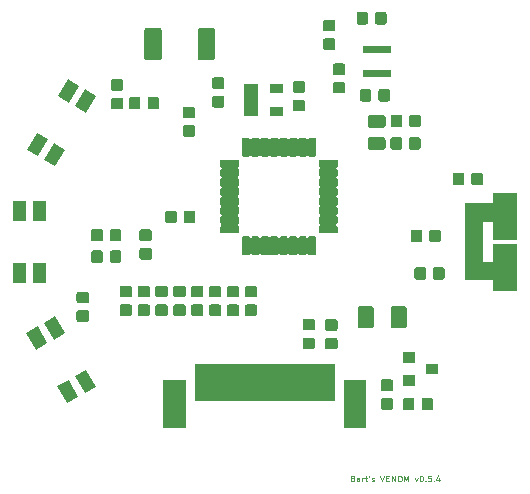
<source format=gbr>
G04 #@! TF.GenerationSoftware,KiCad,Pcbnew,5.1.4-1.fc30*
G04 #@! TF.CreationDate,2020-04-06T19:00:12+02:00*
G04 #@! TF.ProjectId,venom,76656e6f-6d2e-46b6-9963-61645f706362,rev?*
G04 #@! TF.SameCoordinates,Original*
G04 #@! TF.FileFunction,Soldermask,Top*
G04 #@! TF.FilePolarity,Negative*
%FSLAX46Y46*%
G04 Gerber Fmt 4.6, Leading zero omitted, Abs format (unit mm)*
G04 Created by KiCad (PCBNEW 5.1.4-1.fc30) date 2020-04-06 19:00:12*
%MOMM*%
%LPD*%
G04 APERTURE LIST*
%ADD10C,0.125000*%
%ADD11C,0.100000*%
G04 APERTURE END LIST*
D10*
X166966666Y-138804285D02*
X167038095Y-138828095D01*
X167061904Y-138851904D01*
X167085714Y-138899523D01*
X167085714Y-138970952D01*
X167061904Y-139018571D01*
X167038095Y-139042380D01*
X166990476Y-139066190D01*
X166800000Y-139066190D01*
X166800000Y-138566190D01*
X166966666Y-138566190D01*
X167014285Y-138590000D01*
X167038095Y-138613809D01*
X167061904Y-138661428D01*
X167061904Y-138709047D01*
X167038095Y-138756666D01*
X167014285Y-138780476D01*
X166966666Y-138804285D01*
X166800000Y-138804285D01*
X167514285Y-139066190D02*
X167514285Y-138804285D01*
X167490476Y-138756666D01*
X167442857Y-138732857D01*
X167347619Y-138732857D01*
X167300000Y-138756666D01*
X167514285Y-139042380D02*
X167466666Y-139066190D01*
X167347619Y-139066190D01*
X167300000Y-139042380D01*
X167276190Y-138994761D01*
X167276190Y-138947142D01*
X167300000Y-138899523D01*
X167347619Y-138875714D01*
X167466666Y-138875714D01*
X167514285Y-138851904D01*
X167752380Y-139066190D02*
X167752380Y-138732857D01*
X167752380Y-138828095D02*
X167776190Y-138780476D01*
X167800000Y-138756666D01*
X167847619Y-138732857D01*
X167895238Y-138732857D01*
X167990476Y-138732857D02*
X168180952Y-138732857D01*
X168061904Y-138566190D02*
X168061904Y-138994761D01*
X168085714Y-139042380D01*
X168133333Y-139066190D01*
X168180952Y-139066190D01*
X168371428Y-138566190D02*
X168323809Y-138661428D01*
X168561904Y-139042380D02*
X168609523Y-139066190D01*
X168704761Y-139066190D01*
X168752380Y-139042380D01*
X168776190Y-138994761D01*
X168776190Y-138970952D01*
X168752380Y-138923333D01*
X168704761Y-138899523D01*
X168633333Y-138899523D01*
X168585714Y-138875714D01*
X168561904Y-138828095D01*
X168561904Y-138804285D01*
X168585714Y-138756666D01*
X168633333Y-138732857D01*
X168704761Y-138732857D01*
X168752380Y-138756666D01*
X169300000Y-138566190D02*
X169466666Y-139066190D01*
X169633333Y-138566190D01*
X169800000Y-138804285D02*
X169966666Y-138804285D01*
X170038095Y-139066190D02*
X169800000Y-139066190D01*
X169800000Y-138566190D01*
X170038095Y-138566190D01*
X170252380Y-139066190D02*
X170252380Y-138566190D01*
X170538095Y-139066190D01*
X170538095Y-138566190D01*
X170871428Y-138566190D02*
X170966666Y-138566190D01*
X171014285Y-138590000D01*
X171061904Y-138637619D01*
X171085714Y-138732857D01*
X171085714Y-138899523D01*
X171061904Y-138994761D01*
X171014285Y-139042380D01*
X170966666Y-139066190D01*
X170871428Y-139066190D01*
X170823809Y-139042380D01*
X170776190Y-138994761D01*
X170752380Y-138899523D01*
X170752380Y-138732857D01*
X170776190Y-138637619D01*
X170823809Y-138590000D01*
X170871428Y-138566190D01*
X171300000Y-139066190D02*
X171300000Y-138566190D01*
X171466666Y-138923333D01*
X171633333Y-138566190D01*
X171633333Y-139066190D01*
X172204761Y-138732857D02*
X172323809Y-139066190D01*
X172442857Y-138732857D01*
X172728571Y-138566190D02*
X172776190Y-138566190D01*
X172823809Y-138590000D01*
X172847619Y-138613809D01*
X172871428Y-138661428D01*
X172895238Y-138756666D01*
X172895238Y-138875714D01*
X172871428Y-138970952D01*
X172847619Y-139018571D01*
X172823809Y-139042380D01*
X172776190Y-139066190D01*
X172728571Y-139066190D01*
X172680952Y-139042380D01*
X172657142Y-139018571D01*
X172633333Y-138970952D01*
X172609523Y-138875714D01*
X172609523Y-138756666D01*
X172633333Y-138661428D01*
X172657142Y-138613809D01*
X172680952Y-138590000D01*
X172728571Y-138566190D01*
X173109523Y-139018571D02*
X173133333Y-139042380D01*
X173109523Y-139066190D01*
X173085714Y-139042380D01*
X173109523Y-139018571D01*
X173109523Y-139066190D01*
X173585714Y-138566190D02*
X173347619Y-138566190D01*
X173323809Y-138804285D01*
X173347619Y-138780476D01*
X173395238Y-138756666D01*
X173514285Y-138756666D01*
X173561904Y-138780476D01*
X173585714Y-138804285D01*
X173609523Y-138851904D01*
X173609523Y-138970952D01*
X173585714Y-139018571D01*
X173561904Y-139042380D01*
X173514285Y-139066190D01*
X173395238Y-139066190D01*
X173347619Y-139042380D01*
X173323809Y-139018571D01*
X173823809Y-139018571D02*
X173847619Y-139042380D01*
X173823809Y-139066190D01*
X173800000Y-139042380D01*
X173823809Y-139018571D01*
X173823809Y-139066190D01*
X174276190Y-138732857D02*
X174276190Y-139066190D01*
X174157142Y-138542380D02*
X174038095Y-138899523D01*
X174347619Y-138899523D01*
D11*
G36*
X168111000Y-134561000D02*
G01*
X166209000Y-134561000D01*
X166209000Y-130459000D01*
X168111000Y-130459000D01*
X168111000Y-134561000D01*
X168111000Y-134561000D01*
G37*
G36*
X152811000Y-134561000D02*
G01*
X150909000Y-134561000D01*
X150909000Y-130459000D01*
X152811000Y-130459000D01*
X152811000Y-134561000D01*
X152811000Y-134561000D01*
G37*
G36*
X172034591Y-131978085D02*
G01*
X172068569Y-131988393D01*
X172099890Y-132005134D01*
X172127339Y-132027661D01*
X172149866Y-132055110D01*
X172166607Y-132086431D01*
X172176915Y-132120409D01*
X172181000Y-132161890D01*
X172181000Y-132838110D01*
X172176915Y-132879591D01*
X172166607Y-132913569D01*
X172149866Y-132944890D01*
X172127339Y-132972339D01*
X172099890Y-132994866D01*
X172068569Y-133011607D01*
X172034591Y-133021915D01*
X171993110Y-133026000D01*
X171391890Y-133026000D01*
X171350409Y-133021915D01*
X171316431Y-133011607D01*
X171285110Y-132994866D01*
X171257661Y-132972339D01*
X171235134Y-132944890D01*
X171218393Y-132913569D01*
X171208085Y-132879591D01*
X171204000Y-132838110D01*
X171204000Y-132161890D01*
X171208085Y-132120409D01*
X171218393Y-132086431D01*
X171235134Y-132055110D01*
X171257661Y-132027661D01*
X171285110Y-132005134D01*
X171316431Y-131988393D01*
X171350409Y-131978085D01*
X171391890Y-131974000D01*
X171993110Y-131974000D01*
X172034591Y-131978085D01*
X172034591Y-131978085D01*
G37*
G36*
X173609591Y-131978085D02*
G01*
X173643569Y-131988393D01*
X173674890Y-132005134D01*
X173702339Y-132027661D01*
X173724866Y-132055110D01*
X173741607Y-132086431D01*
X173751915Y-132120409D01*
X173756000Y-132161890D01*
X173756000Y-132838110D01*
X173751915Y-132879591D01*
X173741607Y-132913569D01*
X173724866Y-132944890D01*
X173702339Y-132972339D01*
X173674890Y-132994866D01*
X173643569Y-133011607D01*
X173609591Y-133021915D01*
X173568110Y-133026000D01*
X172966890Y-133026000D01*
X172925409Y-133021915D01*
X172891431Y-133011607D01*
X172860110Y-132994866D01*
X172832661Y-132972339D01*
X172810134Y-132944890D01*
X172793393Y-132913569D01*
X172783085Y-132879591D01*
X172779000Y-132838110D01*
X172779000Y-132161890D01*
X172783085Y-132120409D01*
X172793393Y-132086431D01*
X172810134Y-132055110D01*
X172832661Y-132027661D01*
X172860110Y-132005134D01*
X172891431Y-131988393D01*
X172925409Y-131978085D01*
X172966890Y-131974000D01*
X173568110Y-131974000D01*
X173609591Y-131978085D01*
X173609591Y-131978085D01*
G37*
G36*
X170229591Y-132003085D02*
G01*
X170263569Y-132013393D01*
X170294890Y-132030134D01*
X170322339Y-132052661D01*
X170344866Y-132080110D01*
X170361607Y-132111431D01*
X170371915Y-132145409D01*
X170376000Y-132186890D01*
X170376000Y-132788110D01*
X170371915Y-132829591D01*
X170361607Y-132863569D01*
X170344866Y-132894890D01*
X170322339Y-132922339D01*
X170294890Y-132944866D01*
X170263569Y-132961607D01*
X170229591Y-132971915D01*
X170188110Y-132976000D01*
X169511890Y-132976000D01*
X169470409Y-132971915D01*
X169436431Y-132961607D01*
X169405110Y-132944866D01*
X169377661Y-132922339D01*
X169355134Y-132894890D01*
X169338393Y-132863569D01*
X169328085Y-132829591D01*
X169324000Y-132788110D01*
X169324000Y-132186890D01*
X169328085Y-132145409D01*
X169338393Y-132111431D01*
X169355134Y-132080110D01*
X169377661Y-132052661D01*
X169405110Y-132030134D01*
X169436431Y-132013393D01*
X169470409Y-132003085D01*
X169511890Y-131999000D01*
X170188110Y-131999000D01*
X170229591Y-132003085D01*
X170229591Y-132003085D01*
G37*
G36*
X143726559Y-131898154D02*
G01*
X142772198Y-132449155D01*
X141946197Y-131018480D01*
X142900558Y-130467479D01*
X143726559Y-131898154D01*
X143726559Y-131898154D01*
G37*
G36*
X165461000Y-132261000D02*
G01*
X153559000Y-132261000D01*
X153559000Y-129159000D01*
X165461000Y-129159000D01*
X165461000Y-132261000D01*
X165461000Y-132261000D01*
G37*
G36*
X145198803Y-131048154D02*
G01*
X144244442Y-131599155D01*
X143418441Y-130168480D01*
X144372802Y-129617479D01*
X145198803Y-131048154D01*
X145198803Y-131048154D01*
G37*
G36*
X170229591Y-130428085D02*
G01*
X170263569Y-130438393D01*
X170294890Y-130455134D01*
X170322339Y-130477661D01*
X170344866Y-130505110D01*
X170361607Y-130536431D01*
X170371915Y-130570409D01*
X170376000Y-130611890D01*
X170376000Y-131213110D01*
X170371915Y-131254591D01*
X170361607Y-131288569D01*
X170344866Y-131319890D01*
X170322339Y-131347339D01*
X170294890Y-131369866D01*
X170263569Y-131386607D01*
X170229591Y-131396915D01*
X170188110Y-131401000D01*
X169511890Y-131401000D01*
X169470409Y-131396915D01*
X169436431Y-131386607D01*
X169405110Y-131369866D01*
X169377661Y-131347339D01*
X169355134Y-131319890D01*
X169338393Y-131288569D01*
X169328085Y-131254591D01*
X169324000Y-131213110D01*
X169324000Y-130611890D01*
X169328085Y-130570409D01*
X169338393Y-130536431D01*
X169355134Y-130505110D01*
X169377661Y-130477661D01*
X169405110Y-130455134D01*
X169436431Y-130438393D01*
X169470409Y-130428085D01*
X169511890Y-130424000D01*
X170188110Y-130424000D01*
X170229591Y-130428085D01*
X170229591Y-130428085D01*
G37*
G36*
X172201000Y-130941000D02*
G01*
X171199000Y-130941000D01*
X171199000Y-130039000D01*
X172201000Y-130039000D01*
X172201000Y-130941000D01*
X172201000Y-130941000D01*
G37*
G36*
X174201000Y-129991000D02*
G01*
X173199000Y-129991000D01*
X173199000Y-129089000D01*
X174201000Y-129089000D01*
X174201000Y-129991000D01*
X174201000Y-129991000D01*
G37*
G36*
X172201000Y-129041000D02*
G01*
X171199000Y-129041000D01*
X171199000Y-128139000D01*
X172201000Y-128139000D01*
X172201000Y-129041000D01*
X172201000Y-129041000D01*
G37*
G36*
X141101559Y-127351520D02*
G01*
X140147198Y-127902521D01*
X139321197Y-126471846D01*
X140275558Y-125920845D01*
X141101559Y-127351520D01*
X141101559Y-127351520D01*
G37*
G36*
X165519591Y-126903085D02*
G01*
X165553569Y-126913393D01*
X165584890Y-126930134D01*
X165612339Y-126952661D01*
X165634866Y-126980110D01*
X165651607Y-127011431D01*
X165661915Y-127045409D01*
X165666000Y-127086890D01*
X165666000Y-127688110D01*
X165661915Y-127729591D01*
X165651607Y-127763569D01*
X165634866Y-127794890D01*
X165612339Y-127822339D01*
X165584890Y-127844866D01*
X165553569Y-127861607D01*
X165519591Y-127871915D01*
X165478110Y-127876000D01*
X164801890Y-127876000D01*
X164760409Y-127871915D01*
X164726431Y-127861607D01*
X164695110Y-127844866D01*
X164667661Y-127822339D01*
X164645134Y-127794890D01*
X164628393Y-127763569D01*
X164618085Y-127729591D01*
X164614000Y-127688110D01*
X164614000Y-127086890D01*
X164618085Y-127045409D01*
X164628393Y-127011431D01*
X164645134Y-126980110D01*
X164667661Y-126952661D01*
X164695110Y-126930134D01*
X164726431Y-126913393D01*
X164760409Y-126903085D01*
X164801890Y-126899000D01*
X165478110Y-126899000D01*
X165519591Y-126903085D01*
X165519591Y-126903085D01*
G37*
G36*
X163609591Y-126883085D02*
G01*
X163643569Y-126893393D01*
X163674890Y-126910134D01*
X163702339Y-126932661D01*
X163724866Y-126960110D01*
X163741607Y-126991431D01*
X163751915Y-127025409D01*
X163756000Y-127066890D01*
X163756000Y-127668110D01*
X163751915Y-127709591D01*
X163741607Y-127743569D01*
X163724866Y-127774890D01*
X163702339Y-127802339D01*
X163674890Y-127824866D01*
X163643569Y-127841607D01*
X163609591Y-127851915D01*
X163568110Y-127856000D01*
X162891890Y-127856000D01*
X162850409Y-127851915D01*
X162816431Y-127841607D01*
X162785110Y-127824866D01*
X162757661Y-127802339D01*
X162735134Y-127774890D01*
X162718393Y-127743569D01*
X162708085Y-127709591D01*
X162704000Y-127668110D01*
X162704000Y-127066890D01*
X162708085Y-127025409D01*
X162718393Y-126991431D01*
X162735134Y-126960110D01*
X162757661Y-126932661D01*
X162785110Y-126910134D01*
X162816431Y-126893393D01*
X162850409Y-126883085D01*
X162891890Y-126879000D01*
X163568110Y-126879000D01*
X163609591Y-126883085D01*
X163609591Y-126883085D01*
G37*
G36*
X142573803Y-126501520D02*
G01*
X141619442Y-127052521D01*
X140793441Y-125621846D01*
X141747802Y-125070845D01*
X142573803Y-126501520D01*
X142573803Y-126501520D01*
G37*
G36*
X165519591Y-125328085D02*
G01*
X165553569Y-125338393D01*
X165584890Y-125355134D01*
X165612339Y-125377661D01*
X165634866Y-125405110D01*
X165651607Y-125436431D01*
X165661915Y-125470409D01*
X165666000Y-125511890D01*
X165666000Y-126113110D01*
X165661915Y-126154591D01*
X165651607Y-126188569D01*
X165634866Y-126219890D01*
X165612339Y-126247339D01*
X165584890Y-126269866D01*
X165553569Y-126286607D01*
X165519591Y-126296915D01*
X165478110Y-126301000D01*
X164801890Y-126301000D01*
X164760409Y-126296915D01*
X164726431Y-126286607D01*
X164695110Y-126269866D01*
X164667661Y-126247339D01*
X164645134Y-126219890D01*
X164628393Y-126188569D01*
X164618085Y-126154591D01*
X164614000Y-126113110D01*
X164614000Y-125511890D01*
X164618085Y-125470409D01*
X164628393Y-125436431D01*
X164645134Y-125405110D01*
X164667661Y-125377661D01*
X164695110Y-125355134D01*
X164726431Y-125338393D01*
X164760409Y-125328085D01*
X164801890Y-125324000D01*
X165478110Y-125324000D01*
X165519591Y-125328085D01*
X165519591Y-125328085D01*
G37*
G36*
X163609591Y-125308085D02*
G01*
X163643569Y-125318393D01*
X163674890Y-125335134D01*
X163702339Y-125357661D01*
X163724866Y-125385110D01*
X163741607Y-125416431D01*
X163751915Y-125450409D01*
X163756000Y-125491890D01*
X163756000Y-126093110D01*
X163751915Y-126134591D01*
X163741607Y-126168569D01*
X163724866Y-126199890D01*
X163702339Y-126227339D01*
X163674890Y-126249866D01*
X163643569Y-126266607D01*
X163609591Y-126276915D01*
X163568110Y-126281000D01*
X162891890Y-126281000D01*
X162850409Y-126276915D01*
X162816431Y-126266607D01*
X162785110Y-126249866D01*
X162757661Y-126227339D01*
X162735134Y-126199890D01*
X162718393Y-126168569D01*
X162708085Y-126134591D01*
X162704000Y-126093110D01*
X162704000Y-125491890D01*
X162708085Y-125450409D01*
X162718393Y-125416431D01*
X162735134Y-125385110D01*
X162757661Y-125357661D01*
X162785110Y-125335134D01*
X162816431Y-125318393D01*
X162850409Y-125308085D01*
X162891890Y-125304000D01*
X163568110Y-125304000D01*
X163609591Y-125308085D01*
X163609591Y-125308085D01*
G37*
G36*
X171368604Y-124228347D02*
G01*
X171405144Y-124239432D01*
X171438821Y-124257433D01*
X171468341Y-124281659D01*
X171492567Y-124311179D01*
X171510568Y-124344856D01*
X171521653Y-124381396D01*
X171526000Y-124425538D01*
X171526000Y-125874462D01*
X171521653Y-125918604D01*
X171510568Y-125955144D01*
X171492567Y-125988821D01*
X171468341Y-126018341D01*
X171438821Y-126042567D01*
X171405144Y-126060568D01*
X171368604Y-126071653D01*
X171324462Y-126076000D01*
X170375538Y-126076000D01*
X170331396Y-126071653D01*
X170294856Y-126060568D01*
X170261179Y-126042567D01*
X170231659Y-126018341D01*
X170207433Y-125988821D01*
X170189432Y-125955144D01*
X170178347Y-125918604D01*
X170174000Y-125874462D01*
X170174000Y-124425538D01*
X170178347Y-124381396D01*
X170189432Y-124344856D01*
X170207433Y-124311179D01*
X170231659Y-124281659D01*
X170261179Y-124257433D01*
X170294856Y-124239432D01*
X170331396Y-124228347D01*
X170375538Y-124224000D01*
X171324462Y-124224000D01*
X171368604Y-124228347D01*
X171368604Y-124228347D01*
G37*
G36*
X168568604Y-124228347D02*
G01*
X168605144Y-124239432D01*
X168638821Y-124257433D01*
X168668341Y-124281659D01*
X168692567Y-124311179D01*
X168710568Y-124344856D01*
X168721653Y-124381396D01*
X168726000Y-124425538D01*
X168726000Y-125874462D01*
X168721653Y-125918604D01*
X168710568Y-125955144D01*
X168692567Y-125988821D01*
X168668341Y-126018341D01*
X168638821Y-126042567D01*
X168605144Y-126060568D01*
X168568604Y-126071653D01*
X168524462Y-126076000D01*
X167575538Y-126076000D01*
X167531396Y-126071653D01*
X167494856Y-126060568D01*
X167461179Y-126042567D01*
X167431659Y-126018341D01*
X167407433Y-125988821D01*
X167389432Y-125955144D01*
X167378347Y-125918604D01*
X167374000Y-125874462D01*
X167374000Y-124425538D01*
X167378347Y-124381396D01*
X167389432Y-124344856D01*
X167407433Y-124311179D01*
X167431659Y-124281659D01*
X167461179Y-124257433D01*
X167494856Y-124239432D01*
X167531396Y-124228347D01*
X167575538Y-124224000D01*
X168524462Y-124224000D01*
X168568604Y-124228347D01*
X168568604Y-124228347D01*
G37*
G36*
X144469591Y-124573085D02*
G01*
X144503569Y-124583393D01*
X144534890Y-124600134D01*
X144562339Y-124622661D01*
X144584866Y-124650110D01*
X144601607Y-124681431D01*
X144611915Y-124715409D01*
X144616000Y-124756890D01*
X144616000Y-125358110D01*
X144611915Y-125399591D01*
X144601607Y-125433569D01*
X144584866Y-125464890D01*
X144562339Y-125492339D01*
X144534890Y-125514866D01*
X144503569Y-125531607D01*
X144469591Y-125541915D01*
X144428110Y-125546000D01*
X143751890Y-125546000D01*
X143710409Y-125541915D01*
X143676431Y-125531607D01*
X143645110Y-125514866D01*
X143617661Y-125492339D01*
X143595134Y-125464890D01*
X143578393Y-125433569D01*
X143568085Y-125399591D01*
X143564000Y-125358110D01*
X143564000Y-124756890D01*
X143568085Y-124715409D01*
X143578393Y-124681431D01*
X143595134Y-124650110D01*
X143617661Y-124622661D01*
X143645110Y-124600134D01*
X143676431Y-124583393D01*
X143710409Y-124573085D01*
X143751890Y-124569000D01*
X144428110Y-124569000D01*
X144469591Y-124573085D01*
X144469591Y-124573085D01*
G37*
G36*
X158699591Y-124083085D02*
G01*
X158733569Y-124093393D01*
X158764890Y-124110134D01*
X158792339Y-124132661D01*
X158814866Y-124160110D01*
X158831607Y-124191431D01*
X158841915Y-124225409D01*
X158846000Y-124266890D01*
X158846000Y-124868110D01*
X158841915Y-124909591D01*
X158831607Y-124943569D01*
X158814866Y-124974890D01*
X158792339Y-125002339D01*
X158764890Y-125024866D01*
X158733569Y-125041607D01*
X158699591Y-125051915D01*
X158658110Y-125056000D01*
X157981890Y-125056000D01*
X157940409Y-125051915D01*
X157906431Y-125041607D01*
X157875110Y-125024866D01*
X157847661Y-125002339D01*
X157825134Y-124974890D01*
X157808393Y-124943569D01*
X157798085Y-124909591D01*
X157794000Y-124868110D01*
X157794000Y-124266890D01*
X157798085Y-124225409D01*
X157808393Y-124191431D01*
X157825134Y-124160110D01*
X157847661Y-124132661D01*
X157875110Y-124110134D01*
X157906431Y-124093393D01*
X157940409Y-124083085D01*
X157981890Y-124079000D01*
X158658110Y-124079000D01*
X158699591Y-124083085D01*
X158699591Y-124083085D01*
G37*
G36*
X155679591Y-124083085D02*
G01*
X155713569Y-124093393D01*
X155744890Y-124110134D01*
X155772339Y-124132661D01*
X155794866Y-124160110D01*
X155811607Y-124191431D01*
X155821915Y-124225409D01*
X155826000Y-124266890D01*
X155826000Y-124868110D01*
X155821915Y-124909591D01*
X155811607Y-124943569D01*
X155794866Y-124974890D01*
X155772339Y-125002339D01*
X155744890Y-125024866D01*
X155713569Y-125041607D01*
X155679591Y-125051915D01*
X155638110Y-125056000D01*
X154961890Y-125056000D01*
X154920409Y-125051915D01*
X154886431Y-125041607D01*
X154855110Y-125024866D01*
X154827661Y-125002339D01*
X154805134Y-124974890D01*
X154788393Y-124943569D01*
X154778085Y-124909591D01*
X154774000Y-124868110D01*
X154774000Y-124266890D01*
X154778085Y-124225409D01*
X154788393Y-124191431D01*
X154805134Y-124160110D01*
X154827661Y-124132661D01*
X154855110Y-124110134D01*
X154886431Y-124093393D01*
X154920409Y-124083085D01*
X154961890Y-124079000D01*
X155638110Y-124079000D01*
X155679591Y-124083085D01*
X155679591Y-124083085D01*
G37*
G36*
X157189591Y-124083085D02*
G01*
X157223569Y-124093393D01*
X157254890Y-124110134D01*
X157282339Y-124132661D01*
X157304866Y-124160110D01*
X157321607Y-124191431D01*
X157331915Y-124225409D01*
X157336000Y-124266890D01*
X157336000Y-124868110D01*
X157331915Y-124909591D01*
X157321607Y-124943569D01*
X157304866Y-124974890D01*
X157282339Y-125002339D01*
X157254890Y-125024866D01*
X157223569Y-125041607D01*
X157189591Y-125051915D01*
X157148110Y-125056000D01*
X156471890Y-125056000D01*
X156430409Y-125051915D01*
X156396431Y-125041607D01*
X156365110Y-125024866D01*
X156337661Y-125002339D01*
X156315134Y-124974890D01*
X156298393Y-124943569D01*
X156288085Y-124909591D01*
X156284000Y-124868110D01*
X156284000Y-124266890D01*
X156288085Y-124225409D01*
X156298393Y-124191431D01*
X156315134Y-124160110D01*
X156337661Y-124132661D01*
X156365110Y-124110134D01*
X156396431Y-124093393D01*
X156430409Y-124083085D01*
X156471890Y-124079000D01*
X157148110Y-124079000D01*
X157189591Y-124083085D01*
X157189591Y-124083085D01*
G37*
G36*
X149639591Y-124073085D02*
G01*
X149673569Y-124083393D01*
X149704890Y-124100134D01*
X149732339Y-124122661D01*
X149754866Y-124150110D01*
X149771607Y-124181431D01*
X149781915Y-124215409D01*
X149786000Y-124256890D01*
X149786000Y-124858110D01*
X149781915Y-124899591D01*
X149771607Y-124933569D01*
X149754866Y-124964890D01*
X149732339Y-124992339D01*
X149704890Y-125014866D01*
X149673569Y-125031607D01*
X149639591Y-125041915D01*
X149598110Y-125046000D01*
X148921890Y-125046000D01*
X148880409Y-125041915D01*
X148846431Y-125031607D01*
X148815110Y-125014866D01*
X148787661Y-124992339D01*
X148765134Y-124964890D01*
X148748393Y-124933569D01*
X148738085Y-124899591D01*
X148734000Y-124858110D01*
X148734000Y-124256890D01*
X148738085Y-124215409D01*
X148748393Y-124181431D01*
X148765134Y-124150110D01*
X148787661Y-124122661D01*
X148815110Y-124100134D01*
X148846431Y-124083393D01*
X148880409Y-124073085D01*
X148921890Y-124069000D01*
X149598110Y-124069000D01*
X149639591Y-124073085D01*
X149639591Y-124073085D01*
G37*
G36*
X151149591Y-124073085D02*
G01*
X151183569Y-124083393D01*
X151214890Y-124100134D01*
X151242339Y-124122661D01*
X151264866Y-124150110D01*
X151281607Y-124181431D01*
X151291915Y-124215409D01*
X151296000Y-124256890D01*
X151296000Y-124858110D01*
X151291915Y-124899591D01*
X151281607Y-124933569D01*
X151264866Y-124964890D01*
X151242339Y-124992339D01*
X151214890Y-125014866D01*
X151183569Y-125031607D01*
X151149591Y-125041915D01*
X151108110Y-125046000D01*
X150431890Y-125046000D01*
X150390409Y-125041915D01*
X150356431Y-125031607D01*
X150325110Y-125014866D01*
X150297661Y-124992339D01*
X150275134Y-124964890D01*
X150258393Y-124933569D01*
X150248085Y-124899591D01*
X150244000Y-124858110D01*
X150244000Y-124256890D01*
X150248085Y-124215409D01*
X150258393Y-124181431D01*
X150275134Y-124150110D01*
X150297661Y-124122661D01*
X150325110Y-124100134D01*
X150356431Y-124083393D01*
X150390409Y-124073085D01*
X150431890Y-124069000D01*
X151108110Y-124069000D01*
X151149591Y-124073085D01*
X151149591Y-124073085D01*
G37*
G36*
X152659591Y-124073085D02*
G01*
X152693569Y-124083393D01*
X152724890Y-124100134D01*
X152752339Y-124122661D01*
X152774866Y-124150110D01*
X152791607Y-124181431D01*
X152801915Y-124215409D01*
X152806000Y-124256890D01*
X152806000Y-124858110D01*
X152801915Y-124899591D01*
X152791607Y-124933569D01*
X152774866Y-124964890D01*
X152752339Y-124992339D01*
X152724890Y-125014866D01*
X152693569Y-125031607D01*
X152659591Y-125041915D01*
X152618110Y-125046000D01*
X151941890Y-125046000D01*
X151900409Y-125041915D01*
X151866431Y-125031607D01*
X151835110Y-125014866D01*
X151807661Y-124992339D01*
X151785134Y-124964890D01*
X151768393Y-124933569D01*
X151758085Y-124899591D01*
X151754000Y-124858110D01*
X151754000Y-124256890D01*
X151758085Y-124215409D01*
X151768393Y-124181431D01*
X151785134Y-124150110D01*
X151807661Y-124122661D01*
X151835110Y-124100134D01*
X151866431Y-124083393D01*
X151900409Y-124073085D01*
X151941890Y-124069000D01*
X152618110Y-124069000D01*
X152659591Y-124073085D01*
X152659591Y-124073085D01*
G37*
G36*
X154169591Y-124073085D02*
G01*
X154203569Y-124083393D01*
X154234890Y-124100134D01*
X154262339Y-124122661D01*
X154284866Y-124150110D01*
X154301607Y-124181431D01*
X154311915Y-124215409D01*
X154316000Y-124256890D01*
X154316000Y-124858110D01*
X154311915Y-124899591D01*
X154301607Y-124933569D01*
X154284866Y-124964890D01*
X154262339Y-124992339D01*
X154234890Y-125014866D01*
X154203569Y-125031607D01*
X154169591Y-125041915D01*
X154128110Y-125046000D01*
X153451890Y-125046000D01*
X153410409Y-125041915D01*
X153376431Y-125031607D01*
X153345110Y-125014866D01*
X153317661Y-124992339D01*
X153295134Y-124964890D01*
X153278393Y-124933569D01*
X153268085Y-124899591D01*
X153264000Y-124858110D01*
X153264000Y-124256890D01*
X153268085Y-124215409D01*
X153278393Y-124181431D01*
X153295134Y-124150110D01*
X153317661Y-124122661D01*
X153345110Y-124100134D01*
X153376431Y-124083393D01*
X153410409Y-124073085D01*
X153451890Y-124069000D01*
X154128110Y-124069000D01*
X154169591Y-124073085D01*
X154169591Y-124073085D01*
G37*
G36*
X148129591Y-124073085D02*
G01*
X148163569Y-124083393D01*
X148194890Y-124100134D01*
X148222339Y-124122661D01*
X148244866Y-124150110D01*
X148261607Y-124181431D01*
X148271915Y-124215409D01*
X148276000Y-124256890D01*
X148276000Y-124858110D01*
X148271915Y-124899591D01*
X148261607Y-124933569D01*
X148244866Y-124964890D01*
X148222339Y-124992339D01*
X148194890Y-125014866D01*
X148163569Y-125031607D01*
X148129591Y-125041915D01*
X148088110Y-125046000D01*
X147411890Y-125046000D01*
X147370409Y-125041915D01*
X147336431Y-125031607D01*
X147305110Y-125014866D01*
X147277661Y-124992339D01*
X147255134Y-124964890D01*
X147238393Y-124933569D01*
X147228085Y-124899591D01*
X147224000Y-124858110D01*
X147224000Y-124256890D01*
X147228085Y-124215409D01*
X147238393Y-124181431D01*
X147255134Y-124150110D01*
X147277661Y-124122661D01*
X147305110Y-124100134D01*
X147336431Y-124083393D01*
X147370409Y-124073085D01*
X147411890Y-124069000D01*
X148088110Y-124069000D01*
X148129591Y-124073085D01*
X148129591Y-124073085D01*
G37*
G36*
X144469591Y-122998085D02*
G01*
X144503569Y-123008393D01*
X144534890Y-123025134D01*
X144562339Y-123047661D01*
X144584866Y-123075110D01*
X144601607Y-123106431D01*
X144611915Y-123140409D01*
X144616000Y-123181890D01*
X144616000Y-123783110D01*
X144611915Y-123824591D01*
X144601607Y-123858569D01*
X144584866Y-123889890D01*
X144562339Y-123917339D01*
X144534890Y-123939866D01*
X144503569Y-123956607D01*
X144469591Y-123966915D01*
X144428110Y-123971000D01*
X143751890Y-123971000D01*
X143710409Y-123966915D01*
X143676431Y-123956607D01*
X143645110Y-123939866D01*
X143617661Y-123917339D01*
X143595134Y-123889890D01*
X143578393Y-123858569D01*
X143568085Y-123824591D01*
X143564000Y-123783110D01*
X143564000Y-123181890D01*
X143568085Y-123140409D01*
X143578393Y-123106431D01*
X143595134Y-123075110D01*
X143617661Y-123047661D01*
X143645110Y-123025134D01*
X143676431Y-123008393D01*
X143710409Y-122998085D01*
X143751890Y-122994000D01*
X144428110Y-122994000D01*
X144469591Y-122998085D01*
X144469591Y-122998085D01*
G37*
G36*
X158699591Y-122508085D02*
G01*
X158733569Y-122518393D01*
X158764890Y-122535134D01*
X158792339Y-122557661D01*
X158814866Y-122585110D01*
X158831607Y-122616431D01*
X158841915Y-122650409D01*
X158846000Y-122691890D01*
X158846000Y-123293110D01*
X158841915Y-123334591D01*
X158831607Y-123368569D01*
X158814866Y-123399890D01*
X158792339Y-123427339D01*
X158764890Y-123449866D01*
X158733569Y-123466607D01*
X158699591Y-123476915D01*
X158658110Y-123481000D01*
X157981890Y-123481000D01*
X157940409Y-123476915D01*
X157906431Y-123466607D01*
X157875110Y-123449866D01*
X157847661Y-123427339D01*
X157825134Y-123399890D01*
X157808393Y-123368569D01*
X157798085Y-123334591D01*
X157794000Y-123293110D01*
X157794000Y-122691890D01*
X157798085Y-122650409D01*
X157808393Y-122616431D01*
X157825134Y-122585110D01*
X157847661Y-122557661D01*
X157875110Y-122535134D01*
X157906431Y-122518393D01*
X157940409Y-122508085D01*
X157981890Y-122504000D01*
X158658110Y-122504000D01*
X158699591Y-122508085D01*
X158699591Y-122508085D01*
G37*
G36*
X157189591Y-122508085D02*
G01*
X157223569Y-122518393D01*
X157254890Y-122535134D01*
X157282339Y-122557661D01*
X157304866Y-122585110D01*
X157321607Y-122616431D01*
X157331915Y-122650409D01*
X157336000Y-122691890D01*
X157336000Y-123293110D01*
X157331915Y-123334591D01*
X157321607Y-123368569D01*
X157304866Y-123399890D01*
X157282339Y-123427339D01*
X157254890Y-123449866D01*
X157223569Y-123466607D01*
X157189591Y-123476915D01*
X157148110Y-123481000D01*
X156471890Y-123481000D01*
X156430409Y-123476915D01*
X156396431Y-123466607D01*
X156365110Y-123449866D01*
X156337661Y-123427339D01*
X156315134Y-123399890D01*
X156298393Y-123368569D01*
X156288085Y-123334591D01*
X156284000Y-123293110D01*
X156284000Y-122691890D01*
X156288085Y-122650409D01*
X156298393Y-122616431D01*
X156315134Y-122585110D01*
X156337661Y-122557661D01*
X156365110Y-122535134D01*
X156396431Y-122518393D01*
X156430409Y-122508085D01*
X156471890Y-122504000D01*
X157148110Y-122504000D01*
X157189591Y-122508085D01*
X157189591Y-122508085D01*
G37*
G36*
X155679591Y-122508085D02*
G01*
X155713569Y-122518393D01*
X155744890Y-122535134D01*
X155772339Y-122557661D01*
X155794866Y-122585110D01*
X155811607Y-122616431D01*
X155821915Y-122650409D01*
X155826000Y-122691890D01*
X155826000Y-123293110D01*
X155821915Y-123334591D01*
X155811607Y-123368569D01*
X155794866Y-123399890D01*
X155772339Y-123427339D01*
X155744890Y-123449866D01*
X155713569Y-123466607D01*
X155679591Y-123476915D01*
X155638110Y-123481000D01*
X154961890Y-123481000D01*
X154920409Y-123476915D01*
X154886431Y-123466607D01*
X154855110Y-123449866D01*
X154827661Y-123427339D01*
X154805134Y-123399890D01*
X154788393Y-123368569D01*
X154778085Y-123334591D01*
X154774000Y-123293110D01*
X154774000Y-122691890D01*
X154778085Y-122650409D01*
X154788393Y-122616431D01*
X154805134Y-122585110D01*
X154827661Y-122557661D01*
X154855110Y-122535134D01*
X154886431Y-122518393D01*
X154920409Y-122508085D01*
X154961890Y-122504000D01*
X155638110Y-122504000D01*
X155679591Y-122508085D01*
X155679591Y-122508085D01*
G37*
G36*
X148129591Y-122498085D02*
G01*
X148163569Y-122508393D01*
X148194890Y-122525134D01*
X148222339Y-122547661D01*
X148244866Y-122575110D01*
X148261607Y-122606431D01*
X148271915Y-122640409D01*
X148276000Y-122681890D01*
X148276000Y-123283110D01*
X148271915Y-123324591D01*
X148261607Y-123358569D01*
X148244866Y-123389890D01*
X148222339Y-123417339D01*
X148194890Y-123439866D01*
X148163569Y-123456607D01*
X148129591Y-123466915D01*
X148088110Y-123471000D01*
X147411890Y-123471000D01*
X147370409Y-123466915D01*
X147336431Y-123456607D01*
X147305110Y-123439866D01*
X147277661Y-123417339D01*
X147255134Y-123389890D01*
X147238393Y-123358569D01*
X147228085Y-123324591D01*
X147224000Y-123283110D01*
X147224000Y-122681890D01*
X147228085Y-122640409D01*
X147238393Y-122606431D01*
X147255134Y-122575110D01*
X147277661Y-122547661D01*
X147305110Y-122525134D01*
X147336431Y-122508393D01*
X147370409Y-122498085D01*
X147411890Y-122494000D01*
X148088110Y-122494000D01*
X148129591Y-122498085D01*
X148129591Y-122498085D01*
G37*
G36*
X149639591Y-122498085D02*
G01*
X149673569Y-122508393D01*
X149704890Y-122525134D01*
X149732339Y-122547661D01*
X149754866Y-122575110D01*
X149771607Y-122606431D01*
X149781915Y-122640409D01*
X149786000Y-122681890D01*
X149786000Y-123283110D01*
X149781915Y-123324591D01*
X149771607Y-123358569D01*
X149754866Y-123389890D01*
X149732339Y-123417339D01*
X149704890Y-123439866D01*
X149673569Y-123456607D01*
X149639591Y-123466915D01*
X149598110Y-123471000D01*
X148921890Y-123471000D01*
X148880409Y-123466915D01*
X148846431Y-123456607D01*
X148815110Y-123439866D01*
X148787661Y-123417339D01*
X148765134Y-123389890D01*
X148748393Y-123358569D01*
X148738085Y-123324591D01*
X148734000Y-123283110D01*
X148734000Y-122681890D01*
X148738085Y-122640409D01*
X148748393Y-122606431D01*
X148765134Y-122575110D01*
X148787661Y-122547661D01*
X148815110Y-122525134D01*
X148846431Y-122508393D01*
X148880409Y-122498085D01*
X148921890Y-122494000D01*
X149598110Y-122494000D01*
X149639591Y-122498085D01*
X149639591Y-122498085D01*
G37*
G36*
X151149591Y-122498085D02*
G01*
X151183569Y-122508393D01*
X151214890Y-122525134D01*
X151242339Y-122547661D01*
X151264866Y-122575110D01*
X151281607Y-122606431D01*
X151291915Y-122640409D01*
X151296000Y-122681890D01*
X151296000Y-123283110D01*
X151291915Y-123324591D01*
X151281607Y-123358569D01*
X151264866Y-123389890D01*
X151242339Y-123417339D01*
X151214890Y-123439866D01*
X151183569Y-123456607D01*
X151149591Y-123466915D01*
X151108110Y-123471000D01*
X150431890Y-123471000D01*
X150390409Y-123466915D01*
X150356431Y-123456607D01*
X150325110Y-123439866D01*
X150297661Y-123417339D01*
X150275134Y-123389890D01*
X150258393Y-123358569D01*
X150248085Y-123324591D01*
X150244000Y-123283110D01*
X150244000Y-122681890D01*
X150248085Y-122640409D01*
X150258393Y-122606431D01*
X150275134Y-122575110D01*
X150297661Y-122547661D01*
X150325110Y-122525134D01*
X150356431Y-122508393D01*
X150390409Y-122498085D01*
X150431890Y-122494000D01*
X151108110Y-122494000D01*
X151149591Y-122498085D01*
X151149591Y-122498085D01*
G37*
G36*
X152659591Y-122498085D02*
G01*
X152693569Y-122508393D01*
X152724890Y-122525134D01*
X152752339Y-122547661D01*
X152774866Y-122575110D01*
X152791607Y-122606431D01*
X152801915Y-122640409D01*
X152806000Y-122681890D01*
X152806000Y-123283110D01*
X152801915Y-123324591D01*
X152791607Y-123358569D01*
X152774866Y-123389890D01*
X152752339Y-123417339D01*
X152724890Y-123439866D01*
X152693569Y-123456607D01*
X152659591Y-123466915D01*
X152618110Y-123471000D01*
X151941890Y-123471000D01*
X151900409Y-123466915D01*
X151866431Y-123456607D01*
X151835110Y-123439866D01*
X151807661Y-123417339D01*
X151785134Y-123389890D01*
X151768393Y-123358569D01*
X151758085Y-123324591D01*
X151754000Y-123283110D01*
X151754000Y-122681890D01*
X151758085Y-122640409D01*
X151768393Y-122606431D01*
X151785134Y-122575110D01*
X151807661Y-122547661D01*
X151835110Y-122525134D01*
X151866431Y-122508393D01*
X151900409Y-122498085D01*
X151941890Y-122494000D01*
X152618110Y-122494000D01*
X152659591Y-122498085D01*
X152659591Y-122498085D01*
G37*
G36*
X154169591Y-122498085D02*
G01*
X154203569Y-122508393D01*
X154234890Y-122525134D01*
X154262339Y-122547661D01*
X154284866Y-122575110D01*
X154301607Y-122606431D01*
X154311915Y-122640409D01*
X154316000Y-122681890D01*
X154316000Y-123283110D01*
X154311915Y-123324591D01*
X154301607Y-123358569D01*
X154284866Y-123389890D01*
X154262339Y-123417339D01*
X154234890Y-123439866D01*
X154203569Y-123456607D01*
X154169591Y-123466915D01*
X154128110Y-123471000D01*
X153451890Y-123471000D01*
X153410409Y-123466915D01*
X153376431Y-123456607D01*
X153345110Y-123439866D01*
X153317661Y-123417339D01*
X153295134Y-123389890D01*
X153278393Y-123358569D01*
X153268085Y-123324591D01*
X153264000Y-123283110D01*
X153264000Y-122681890D01*
X153268085Y-122640409D01*
X153278393Y-122606431D01*
X153295134Y-122575110D01*
X153317661Y-122547661D01*
X153345110Y-122525134D01*
X153376431Y-122508393D01*
X153410409Y-122498085D01*
X153451890Y-122494000D01*
X154128110Y-122494000D01*
X154169591Y-122498085D01*
X154169591Y-122498085D01*
G37*
G36*
X180871000Y-118578500D02*
G01*
X178869000Y-118578500D01*
X178869000Y-117230999D01*
X178866598Y-117206613D01*
X178859485Y-117183164D01*
X178847934Y-117161553D01*
X178832389Y-117142611D01*
X178813447Y-117127066D01*
X178791836Y-117115515D01*
X178768387Y-117108402D01*
X178744001Y-117106000D01*
X178075999Y-117106000D01*
X178051613Y-117108402D01*
X178028164Y-117115515D01*
X178006553Y-117127066D01*
X177987611Y-117142611D01*
X177972066Y-117161553D01*
X177960515Y-117183164D01*
X177953402Y-117206613D01*
X177951000Y-117230999D01*
X177951000Y-120329001D01*
X177953402Y-120353387D01*
X177960515Y-120376836D01*
X177972066Y-120398447D01*
X177987611Y-120417389D01*
X178006553Y-120432934D01*
X178028164Y-120444485D01*
X178051613Y-120451598D01*
X178075999Y-120454000D01*
X178744001Y-120454000D01*
X178768387Y-120451598D01*
X178791836Y-120444485D01*
X178813447Y-120432934D01*
X178832389Y-120417389D01*
X178847934Y-120398447D01*
X178859485Y-120376836D01*
X178866598Y-120353387D01*
X178869000Y-120329001D01*
X178869000Y-118981500D01*
X180871000Y-118981500D01*
X180871000Y-122928500D01*
X178869000Y-122928500D01*
X178869000Y-122155999D01*
X178866598Y-122131613D01*
X178859485Y-122108164D01*
X178847934Y-122086553D01*
X178832389Y-122067611D01*
X178813447Y-122052066D01*
X178791836Y-122040515D01*
X178768387Y-122033402D01*
X178744001Y-122031000D01*
X176469000Y-122031000D01*
X176469000Y-115529000D01*
X178744001Y-115529000D01*
X178768387Y-115526598D01*
X178791836Y-115519485D01*
X178813447Y-115507934D01*
X178832389Y-115492389D01*
X178847934Y-115473447D01*
X178859485Y-115451836D01*
X178866598Y-115428387D01*
X178869000Y-115404001D01*
X178869000Y-114631500D01*
X180871000Y-114631500D01*
X180871000Y-118578500D01*
X180871000Y-118578500D01*
G37*
G36*
X141011000Y-122231000D02*
G01*
X139909000Y-122231000D01*
X139909000Y-120579000D01*
X141011000Y-120579000D01*
X141011000Y-122231000D01*
X141011000Y-122231000D01*
G37*
G36*
X139311000Y-122231000D02*
G01*
X138209000Y-122231000D01*
X138209000Y-120579000D01*
X139311000Y-120579000D01*
X139311000Y-122231000D01*
X139311000Y-122231000D01*
G37*
G36*
X174579591Y-120928085D02*
G01*
X174613569Y-120938393D01*
X174644890Y-120955134D01*
X174672339Y-120977661D01*
X174694866Y-121005110D01*
X174711607Y-121036431D01*
X174721915Y-121070409D01*
X174726000Y-121111890D01*
X174726000Y-121788110D01*
X174721915Y-121829591D01*
X174711607Y-121863569D01*
X174694866Y-121894890D01*
X174672339Y-121922339D01*
X174644890Y-121944866D01*
X174613569Y-121961607D01*
X174579591Y-121971915D01*
X174538110Y-121976000D01*
X173936890Y-121976000D01*
X173895409Y-121971915D01*
X173861431Y-121961607D01*
X173830110Y-121944866D01*
X173802661Y-121922339D01*
X173780134Y-121894890D01*
X173763393Y-121863569D01*
X173753085Y-121829591D01*
X173749000Y-121788110D01*
X173749000Y-121111890D01*
X173753085Y-121070409D01*
X173763393Y-121036431D01*
X173780134Y-121005110D01*
X173802661Y-120977661D01*
X173830110Y-120955134D01*
X173861431Y-120938393D01*
X173895409Y-120928085D01*
X173936890Y-120924000D01*
X174538110Y-120924000D01*
X174579591Y-120928085D01*
X174579591Y-120928085D01*
G37*
G36*
X173004591Y-120928085D02*
G01*
X173038569Y-120938393D01*
X173069890Y-120955134D01*
X173097339Y-120977661D01*
X173119866Y-121005110D01*
X173136607Y-121036431D01*
X173146915Y-121070409D01*
X173151000Y-121111890D01*
X173151000Y-121788110D01*
X173146915Y-121829591D01*
X173136607Y-121863569D01*
X173119866Y-121894890D01*
X173097339Y-121922339D01*
X173069890Y-121944866D01*
X173038569Y-121961607D01*
X173004591Y-121971915D01*
X172963110Y-121976000D01*
X172361890Y-121976000D01*
X172320409Y-121971915D01*
X172286431Y-121961607D01*
X172255110Y-121944866D01*
X172227661Y-121922339D01*
X172205134Y-121894890D01*
X172188393Y-121863569D01*
X172178085Y-121829591D01*
X172174000Y-121788110D01*
X172174000Y-121111890D01*
X172178085Y-121070409D01*
X172188393Y-121036431D01*
X172205134Y-121005110D01*
X172227661Y-120977661D01*
X172255110Y-120955134D01*
X172286431Y-120938393D01*
X172320409Y-120928085D01*
X172361890Y-120924000D01*
X172963110Y-120924000D01*
X173004591Y-120928085D01*
X173004591Y-120928085D01*
G37*
G36*
X147219591Y-119508085D02*
G01*
X147253569Y-119518393D01*
X147284890Y-119535134D01*
X147312339Y-119557661D01*
X147334866Y-119585110D01*
X147351607Y-119616431D01*
X147361915Y-119650409D01*
X147366000Y-119691890D01*
X147366000Y-120368110D01*
X147361915Y-120409591D01*
X147351607Y-120443569D01*
X147334866Y-120474890D01*
X147312339Y-120502339D01*
X147284890Y-120524866D01*
X147253569Y-120541607D01*
X147219591Y-120551915D01*
X147178110Y-120556000D01*
X146576890Y-120556000D01*
X146535409Y-120551915D01*
X146501431Y-120541607D01*
X146470110Y-120524866D01*
X146442661Y-120502339D01*
X146420134Y-120474890D01*
X146403393Y-120443569D01*
X146393085Y-120409591D01*
X146389000Y-120368110D01*
X146389000Y-119691890D01*
X146393085Y-119650409D01*
X146403393Y-119616431D01*
X146420134Y-119585110D01*
X146442661Y-119557661D01*
X146470110Y-119535134D01*
X146501431Y-119518393D01*
X146535409Y-119508085D01*
X146576890Y-119504000D01*
X147178110Y-119504000D01*
X147219591Y-119508085D01*
X147219591Y-119508085D01*
G37*
G36*
X145644591Y-119508085D02*
G01*
X145678569Y-119518393D01*
X145709890Y-119535134D01*
X145737339Y-119557661D01*
X145759866Y-119585110D01*
X145776607Y-119616431D01*
X145786915Y-119650409D01*
X145791000Y-119691890D01*
X145791000Y-120368110D01*
X145786915Y-120409591D01*
X145776607Y-120443569D01*
X145759866Y-120474890D01*
X145737339Y-120502339D01*
X145709890Y-120524866D01*
X145678569Y-120541607D01*
X145644591Y-120551915D01*
X145603110Y-120556000D01*
X145001890Y-120556000D01*
X144960409Y-120551915D01*
X144926431Y-120541607D01*
X144895110Y-120524866D01*
X144867661Y-120502339D01*
X144845134Y-120474890D01*
X144828393Y-120443569D01*
X144818085Y-120409591D01*
X144814000Y-120368110D01*
X144814000Y-119691890D01*
X144818085Y-119650409D01*
X144828393Y-119616431D01*
X144845134Y-119585110D01*
X144867661Y-119557661D01*
X144895110Y-119535134D01*
X144926431Y-119518393D01*
X144960409Y-119508085D01*
X145001890Y-119504000D01*
X145603110Y-119504000D01*
X145644591Y-119508085D01*
X145644591Y-119508085D01*
G37*
G36*
X149799591Y-119303085D02*
G01*
X149833569Y-119313393D01*
X149864890Y-119330134D01*
X149892339Y-119352661D01*
X149914866Y-119380110D01*
X149931607Y-119411431D01*
X149941915Y-119445409D01*
X149946000Y-119486890D01*
X149946000Y-120088110D01*
X149941915Y-120129591D01*
X149931607Y-120163569D01*
X149914866Y-120194890D01*
X149892339Y-120222339D01*
X149864890Y-120244866D01*
X149833569Y-120261607D01*
X149799591Y-120271915D01*
X149758110Y-120276000D01*
X149081890Y-120276000D01*
X149040409Y-120271915D01*
X149006431Y-120261607D01*
X148975110Y-120244866D01*
X148947661Y-120222339D01*
X148925134Y-120194890D01*
X148908393Y-120163569D01*
X148898085Y-120129591D01*
X148894000Y-120088110D01*
X148894000Y-119486890D01*
X148898085Y-119445409D01*
X148908393Y-119411431D01*
X148925134Y-119380110D01*
X148947661Y-119352661D01*
X148975110Y-119330134D01*
X149006431Y-119313393D01*
X149040409Y-119303085D01*
X149081890Y-119299000D01*
X149758110Y-119299000D01*
X149799591Y-119303085D01*
X149799591Y-119303085D01*
G37*
G36*
X158140051Y-118316284D02*
G01*
X158156443Y-118321257D01*
X158171555Y-118329334D01*
X158184798Y-118340202D01*
X158195667Y-118353447D01*
X158199761Y-118361106D01*
X158213374Y-118381480D01*
X158230701Y-118398807D01*
X158251076Y-118412421D01*
X158273714Y-118421798D01*
X158297748Y-118426579D01*
X158322252Y-118426579D01*
X158346285Y-118421799D01*
X158368924Y-118412421D01*
X158389298Y-118398808D01*
X158406625Y-118381481D01*
X158420239Y-118361106D01*
X158424333Y-118353447D01*
X158435202Y-118340202D01*
X158448445Y-118329334D01*
X158463557Y-118321257D01*
X158479949Y-118316284D01*
X158503141Y-118314000D01*
X158916859Y-118314000D01*
X158940051Y-118316284D01*
X158956443Y-118321257D01*
X158971555Y-118329334D01*
X158984798Y-118340202D01*
X158995667Y-118353447D01*
X158999761Y-118361106D01*
X159013374Y-118381480D01*
X159030701Y-118398807D01*
X159051076Y-118412421D01*
X159073714Y-118421798D01*
X159097748Y-118426579D01*
X159122252Y-118426579D01*
X159146285Y-118421799D01*
X159168924Y-118412421D01*
X159189298Y-118398808D01*
X159206625Y-118381481D01*
X159220239Y-118361106D01*
X159224333Y-118353447D01*
X159235202Y-118340202D01*
X159248445Y-118329334D01*
X159263557Y-118321257D01*
X159279949Y-118316284D01*
X159303141Y-118314000D01*
X159716859Y-118314000D01*
X159740051Y-118316284D01*
X159756443Y-118321257D01*
X159771555Y-118329334D01*
X159784798Y-118340202D01*
X159795667Y-118353447D01*
X159799761Y-118361106D01*
X159813374Y-118381480D01*
X159830701Y-118398807D01*
X159851076Y-118412421D01*
X159873714Y-118421798D01*
X159897748Y-118426579D01*
X159922252Y-118426579D01*
X159946285Y-118421799D01*
X159968924Y-118412421D01*
X159989298Y-118398808D01*
X160006625Y-118381481D01*
X160020239Y-118361106D01*
X160024333Y-118353447D01*
X160035202Y-118340202D01*
X160048445Y-118329334D01*
X160063557Y-118321257D01*
X160079949Y-118316284D01*
X160103141Y-118314000D01*
X160516859Y-118314000D01*
X160540051Y-118316284D01*
X160556443Y-118321257D01*
X160571555Y-118329334D01*
X160584798Y-118340202D01*
X160595667Y-118353447D01*
X160599761Y-118361106D01*
X160613374Y-118381480D01*
X160630701Y-118398807D01*
X160651076Y-118412421D01*
X160673714Y-118421798D01*
X160697748Y-118426579D01*
X160722252Y-118426579D01*
X160746285Y-118421799D01*
X160768924Y-118412421D01*
X160789298Y-118398808D01*
X160806625Y-118381481D01*
X160820239Y-118361106D01*
X160824333Y-118353447D01*
X160835202Y-118340202D01*
X160848445Y-118329334D01*
X160863557Y-118321257D01*
X160879949Y-118316284D01*
X160903141Y-118314000D01*
X161316859Y-118314000D01*
X161340051Y-118316284D01*
X161356443Y-118321257D01*
X161371555Y-118329334D01*
X161384798Y-118340202D01*
X161395667Y-118353447D01*
X161399761Y-118361106D01*
X161413374Y-118381480D01*
X161430701Y-118398807D01*
X161451076Y-118412421D01*
X161473714Y-118421798D01*
X161497748Y-118426579D01*
X161522252Y-118426579D01*
X161546285Y-118421799D01*
X161568924Y-118412421D01*
X161589298Y-118398808D01*
X161606625Y-118381481D01*
X161620239Y-118361106D01*
X161624333Y-118353447D01*
X161635202Y-118340202D01*
X161648445Y-118329334D01*
X161663557Y-118321257D01*
X161679949Y-118316284D01*
X161703141Y-118314000D01*
X162116859Y-118314000D01*
X162140051Y-118316284D01*
X162156443Y-118321257D01*
X162171555Y-118329334D01*
X162184798Y-118340202D01*
X162195667Y-118353447D01*
X162199761Y-118361106D01*
X162213374Y-118381480D01*
X162230701Y-118398807D01*
X162251076Y-118412421D01*
X162273714Y-118421798D01*
X162297748Y-118426579D01*
X162322252Y-118426579D01*
X162346285Y-118421799D01*
X162368924Y-118412421D01*
X162389298Y-118398808D01*
X162406625Y-118381481D01*
X162420239Y-118361106D01*
X162424333Y-118353447D01*
X162435202Y-118340202D01*
X162448445Y-118329334D01*
X162463557Y-118321257D01*
X162479949Y-118316284D01*
X162503141Y-118314000D01*
X162916859Y-118314000D01*
X162940051Y-118316284D01*
X162956443Y-118321257D01*
X162971555Y-118329334D01*
X162984798Y-118340202D01*
X162995667Y-118353447D01*
X162999761Y-118361106D01*
X163013374Y-118381480D01*
X163030701Y-118398807D01*
X163051076Y-118412421D01*
X163073714Y-118421798D01*
X163097748Y-118426579D01*
X163122252Y-118426579D01*
X163146285Y-118421799D01*
X163168924Y-118412421D01*
X163189298Y-118398808D01*
X163206625Y-118381481D01*
X163220239Y-118361106D01*
X163224333Y-118353447D01*
X163235202Y-118340202D01*
X163248445Y-118329334D01*
X163263557Y-118321257D01*
X163279949Y-118316284D01*
X163303141Y-118314000D01*
X163716859Y-118314000D01*
X163740051Y-118316284D01*
X163756443Y-118321257D01*
X163771555Y-118329334D01*
X163784798Y-118340202D01*
X163795666Y-118353445D01*
X163803743Y-118368557D01*
X163808716Y-118384949D01*
X163811000Y-118408141D01*
X163811000Y-119821859D01*
X163808716Y-119845051D01*
X163803743Y-119861443D01*
X163795666Y-119876555D01*
X163784798Y-119889798D01*
X163771555Y-119900666D01*
X163756443Y-119908743D01*
X163740051Y-119913716D01*
X163716859Y-119916000D01*
X163303141Y-119916000D01*
X163279949Y-119913716D01*
X163263557Y-119908743D01*
X163248445Y-119900666D01*
X163235202Y-119889798D01*
X163224333Y-119876553D01*
X163220239Y-119868894D01*
X163206626Y-119848520D01*
X163189299Y-119831193D01*
X163168924Y-119817579D01*
X163146286Y-119808202D01*
X163122252Y-119803421D01*
X163097748Y-119803421D01*
X163073715Y-119808201D01*
X163051076Y-119817579D01*
X163030702Y-119831192D01*
X163013375Y-119848519D01*
X162999761Y-119868894D01*
X162995667Y-119876553D01*
X162984798Y-119889798D01*
X162971555Y-119900666D01*
X162956443Y-119908743D01*
X162940051Y-119913716D01*
X162916859Y-119916000D01*
X162503141Y-119916000D01*
X162479949Y-119913716D01*
X162463557Y-119908743D01*
X162448445Y-119900666D01*
X162435202Y-119889798D01*
X162424333Y-119876553D01*
X162420239Y-119868894D01*
X162406626Y-119848520D01*
X162389299Y-119831193D01*
X162368924Y-119817579D01*
X162346286Y-119808202D01*
X162322252Y-119803421D01*
X162297748Y-119803421D01*
X162273715Y-119808201D01*
X162251076Y-119817579D01*
X162230702Y-119831192D01*
X162213375Y-119848519D01*
X162199761Y-119868894D01*
X162195667Y-119876553D01*
X162184798Y-119889798D01*
X162171555Y-119900666D01*
X162156443Y-119908743D01*
X162140051Y-119913716D01*
X162116859Y-119916000D01*
X161703141Y-119916000D01*
X161679949Y-119913716D01*
X161663557Y-119908743D01*
X161648445Y-119900666D01*
X161635202Y-119889798D01*
X161624333Y-119876553D01*
X161620239Y-119868894D01*
X161606626Y-119848520D01*
X161589299Y-119831193D01*
X161568924Y-119817579D01*
X161546286Y-119808202D01*
X161522252Y-119803421D01*
X161497748Y-119803421D01*
X161473715Y-119808201D01*
X161451076Y-119817579D01*
X161430702Y-119831192D01*
X161413375Y-119848519D01*
X161399761Y-119868894D01*
X161395667Y-119876553D01*
X161384798Y-119889798D01*
X161371555Y-119900666D01*
X161356443Y-119908743D01*
X161340051Y-119913716D01*
X161316859Y-119916000D01*
X160903141Y-119916000D01*
X160879949Y-119913716D01*
X160863557Y-119908743D01*
X160848445Y-119900666D01*
X160835202Y-119889798D01*
X160824333Y-119876553D01*
X160820239Y-119868894D01*
X160806626Y-119848520D01*
X160789299Y-119831193D01*
X160768924Y-119817579D01*
X160746286Y-119808202D01*
X160722252Y-119803421D01*
X160697748Y-119803421D01*
X160673715Y-119808201D01*
X160651076Y-119817579D01*
X160630702Y-119831192D01*
X160613375Y-119848519D01*
X160599761Y-119868894D01*
X160595667Y-119876553D01*
X160584798Y-119889798D01*
X160571555Y-119900666D01*
X160556443Y-119908743D01*
X160540051Y-119913716D01*
X160516859Y-119916000D01*
X160103141Y-119916000D01*
X160079949Y-119913716D01*
X160063557Y-119908743D01*
X160048445Y-119900666D01*
X160035202Y-119889798D01*
X160024333Y-119876553D01*
X160020239Y-119868894D01*
X160006626Y-119848520D01*
X159989299Y-119831193D01*
X159968924Y-119817579D01*
X159946286Y-119808202D01*
X159922252Y-119803421D01*
X159897748Y-119803421D01*
X159873715Y-119808201D01*
X159851076Y-119817579D01*
X159830702Y-119831192D01*
X159813375Y-119848519D01*
X159799761Y-119868894D01*
X159795667Y-119876553D01*
X159784798Y-119889798D01*
X159771555Y-119900666D01*
X159756443Y-119908743D01*
X159740051Y-119913716D01*
X159716859Y-119916000D01*
X159303141Y-119916000D01*
X159279949Y-119913716D01*
X159263557Y-119908743D01*
X159248445Y-119900666D01*
X159235202Y-119889798D01*
X159224333Y-119876553D01*
X159220239Y-119868894D01*
X159206626Y-119848520D01*
X159189299Y-119831193D01*
X159168924Y-119817579D01*
X159146286Y-119808202D01*
X159122252Y-119803421D01*
X159097748Y-119803421D01*
X159073715Y-119808201D01*
X159051076Y-119817579D01*
X159030702Y-119831192D01*
X159013375Y-119848519D01*
X158999761Y-119868894D01*
X158995667Y-119876553D01*
X158984798Y-119889798D01*
X158971555Y-119900666D01*
X158956443Y-119908743D01*
X158940051Y-119913716D01*
X158916859Y-119916000D01*
X158503141Y-119916000D01*
X158479949Y-119913716D01*
X158463557Y-119908743D01*
X158448445Y-119900666D01*
X158435202Y-119889798D01*
X158424333Y-119876553D01*
X158420239Y-119868894D01*
X158406626Y-119848520D01*
X158389299Y-119831193D01*
X158368924Y-119817579D01*
X158346286Y-119808202D01*
X158322252Y-119803421D01*
X158297748Y-119803421D01*
X158273715Y-119808201D01*
X158251076Y-119817579D01*
X158230702Y-119831192D01*
X158213375Y-119848519D01*
X158199761Y-119868894D01*
X158195667Y-119876553D01*
X158184798Y-119889798D01*
X158171555Y-119900666D01*
X158156443Y-119908743D01*
X158140051Y-119913716D01*
X158116859Y-119916000D01*
X157703141Y-119916000D01*
X157679949Y-119913716D01*
X157663557Y-119908743D01*
X157648445Y-119900666D01*
X157635202Y-119889798D01*
X157624334Y-119876555D01*
X157616257Y-119861443D01*
X157611284Y-119845051D01*
X157609000Y-119821859D01*
X157609000Y-118408141D01*
X157611284Y-118384949D01*
X157616257Y-118368557D01*
X157624334Y-118353445D01*
X157635202Y-118340202D01*
X157648445Y-118329334D01*
X157663557Y-118321257D01*
X157679949Y-118316284D01*
X157703141Y-118314000D01*
X158116859Y-118314000D01*
X158140051Y-118316284D01*
X158140051Y-118316284D01*
G37*
G36*
X172684591Y-117758085D02*
G01*
X172718569Y-117768393D01*
X172749890Y-117785134D01*
X172777339Y-117807661D01*
X172799866Y-117835110D01*
X172816607Y-117866431D01*
X172826915Y-117900409D01*
X172831000Y-117941890D01*
X172831000Y-118618110D01*
X172826915Y-118659591D01*
X172816607Y-118693569D01*
X172799866Y-118724890D01*
X172777339Y-118752339D01*
X172749890Y-118774866D01*
X172718569Y-118791607D01*
X172684591Y-118801915D01*
X172643110Y-118806000D01*
X172041890Y-118806000D01*
X172000409Y-118801915D01*
X171966431Y-118791607D01*
X171935110Y-118774866D01*
X171907661Y-118752339D01*
X171885134Y-118724890D01*
X171868393Y-118693569D01*
X171858085Y-118659591D01*
X171854000Y-118618110D01*
X171854000Y-117941890D01*
X171858085Y-117900409D01*
X171868393Y-117866431D01*
X171885134Y-117835110D01*
X171907661Y-117807661D01*
X171935110Y-117785134D01*
X171966431Y-117768393D01*
X172000409Y-117758085D01*
X172041890Y-117754000D01*
X172643110Y-117754000D01*
X172684591Y-117758085D01*
X172684591Y-117758085D01*
G37*
G36*
X174259591Y-117758085D02*
G01*
X174293569Y-117768393D01*
X174324890Y-117785134D01*
X174352339Y-117807661D01*
X174374866Y-117835110D01*
X174391607Y-117866431D01*
X174401915Y-117900409D01*
X174406000Y-117941890D01*
X174406000Y-118618110D01*
X174401915Y-118659591D01*
X174391607Y-118693569D01*
X174374866Y-118724890D01*
X174352339Y-118752339D01*
X174324890Y-118774866D01*
X174293569Y-118791607D01*
X174259591Y-118801915D01*
X174218110Y-118806000D01*
X173616890Y-118806000D01*
X173575409Y-118801915D01*
X173541431Y-118791607D01*
X173510110Y-118774866D01*
X173482661Y-118752339D01*
X173460134Y-118724890D01*
X173443393Y-118693569D01*
X173433085Y-118659591D01*
X173429000Y-118618110D01*
X173429000Y-117941890D01*
X173433085Y-117900409D01*
X173443393Y-117866431D01*
X173460134Y-117835110D01*
X173482661Y-117807661D01*
X173510110Y-117785134D01*
X173541431Y-117768393D01*
X173575409Y-117758085D01*
X173616890Y-117754000D01*
X174218110Y-117754000D01*
X174259591Y-117758085D01*
X174259591Y-117758085D01*
G37*
G36*
X147219591Y-117698085D02*
G01*
X147253569Y-117708393D01*
X147284890Y-117725134D01*
X147312339Y-117747661D01*
X147334866Y-117775110D01*
X147351607Y-117806431D01*
X147361915Y-117840409D01*
X147366000Y-117881890D01*
X147366000Y-118558110D01*
X147361915Y-118599591D01*
X147351607Y-118633569D01*
X147334866Y-118664890D01*
X147312339Y-118692339D01*
X147284890Y-118714866D01*
X147253569Y-118731607D01*
X147219591Y-118741915D01*
X147178110Y-118746000D01*
X146576890Y-118746000D01*
X146535409Y-118741915D01*
X146501431Y-118731607D01*
X146470110Y-118714866D01*
X146442661Y-118692339D01*
X146420134Y-118664890D01*
X146403393Y-118633569D01*
X146393085Y-118599591D01*
X146389000Y-118558110D01*
X146389000Y-117881890D01*
X146393085Y-117840409D01*
X146403393Y-117806431D01*
X146420134Y-117775110D01*
X146442661Y-117747661D01*
X146470110Y-117725134D01*
X146501431Y-117708393D01*
X146535409Y-117698085D01*
X146576890Y-117694000D01*
X147178110Y-117694000D01*
X147219591Y-117698085D01*
X147219591Y-117698085D01*
G37*
G36*
X145644591Y-117698085D02*
G01*
X145678569Y-117708393D01*
X145709890Y-117725134D01*
X145737339Y-117747661D01*
X145759866Y-117775110D01*
X145776607Y-117806431D01*
X145786915Y-117840409D01*
X145791000Y-117881890D01*
X145791000Y-118558110D01*
X145786915Y-118599591D01*
X145776607Y-118633569D01*
X145759866Y-118664890D01*
X145737339Y-118692339D01*
X145709890Y-118714866D01*
X145678569Y-118731607D01*
X145644591Y-118741915D01*
X145603110Y-118746000D01*
X145001890Y-118746000D01*
X144960409Y-118741915D01*
X144926431Y-118731607D01*
X144895110Y-118714866D01*
X144867661Y-118692339D01*
X144845134Y-118664890D01*
X144828393Y-118633569D01*
X144818085Y-118599591D01*
X144814000Y-118558110D01*
X144814000Y-117881890D01*
X144818085Y-117840409D01*
X144828393Y-117806431D01*
X144845134Y-117775110D01*
X144867661Y-117747661D01*
X144895110Y-117725134D01*
X144926431Y-117708393D01*
X144960409Y-117698085D01*
X145001890Y-117694000D01*
X145603110Y-117694000D01*
X145644591Y-117698085D01*
X145644591Y-117698085D01*
G37*
G36*
X149799591Y-117728085D02*
G01*
X149833569Y-117738393D01*
X149864890Y-117755134D01*
X149892339Y-117777661D01*
X149914866Y-117805110D01*
X149931607Y-117836431D01*
X149941915Y-117870409D01*
X149946000Y-117911890D01*
X149946000Y-118513110D01*
X149941915Y-118554591D01*
X149931607Y-118588569D01*
X149914866Y-118619890D01*
X149892339Y-118647339D01*
X149864890Y-118669866D01*
X149833569Y-118686607D01*
X149799591Y-118696915D01*
X149758110Y-118701000D01*
X149081890Y-118701000D01*
X149040409Y-118696915D01*
X149006431Y-118686607D01*
X148975110Y-118669866D01*
X148947661Y-118647339D01*
X148925134Y-118619890D01*
X148908393Y-118588569D01*
X148898085Y-118554591D01*
X148894000Y-118513110D01*
X148894000Y-117911890D01*
X148898085Y-117870409D01*
X148908393Y-117836431D01*
X148925134Y-117805110D01*
X148947661Y-117777661D01*
X148975110Y-117755134D01*
X149006431Y-117738393D01*
X149040409Y-117728085D01*
X149081890Y-117724000D01*
X149758110Y-117724000D01*
X149799591Y-117728085D01*
X149799591Y-117728085D01*
G37*
G36*
X165615051Y-111841284D02*
G01*
X165631443Y-111846257D01*
X165646555Y-111854334D01*
X165659798Y-111865202D01*
X165670666Y-111878445D01*
X165678743Y-111893557D01*
X165683716Y-111909949D01*
X165686000Y-111933141D01*
X165686000Y-112346859D01*
X165683716Y-112370051D01*
X165678743Y-112386443D01*
X165670666Y-112401555D01*
X165659798Y-112414798D01*
X165646553Y-112425667D01*
X165638894Y-112429761D01*
X165618520Y-112443374D01*
X165601193Y-112460701D01*
X165587579Y-112481076D01*
X165578202Y-112503714D01*
X165573421Y-112527748D01*
X165573421Y-112552252D01*
X165578201Y-112576285D01*
X165587579Y-112598924D01*
X165601192Y-112619298D01*
X165618519Y-112636625D01*
X165638894Y-112650239D01*
X165646553Y-112654333D01*
X165659798Y-112665202D01*
X165670666Y-112678445D01*
X165678743Y-112693557D01*
X165683716Y-112709949D01*
X165686000Y-112733141D01*
X165686000Y-113146859D01*
X165683716Y-113170051D01*
X165678743Y-113186443D01*
X165670666Y-113201555D01*
X165659798Y-113214798D01*
X165646553Y-113225667D01*
X165638894Y-113229761D01*
X165618520Y-113243374D01*
X165601193Y-113260701D01*
X165587579Y-113281076D01*
X165578202Y-113303714D01*
X165573421Y-113327748D01*
X165573421Y-113352252D01*
X165578201Y-113376285D01*
X165587579Y-113398924D01*
X165601192Y-113419298D01*
X165618519Y-113436625D01*
X165638894Y-113450239D01*
X165646553Y-113454333D01*
X165659798Y-113465202D01*
X165670666Y-113478445D01*
X165678743Y-113493557D01*
X165683716Y-113509949D01*
X165686000Y-113533141D01*
X165686000Y-113946859D01*
X165683716Y-113970051D01*
X165678743Y-113986443D01*
X165670666Y-114001555D01*
X165659798Y-114014798D01*
X165646553Y-114025667D01*
X165638894Y-114029761D01*
X165618520Y-114043374D01*
X165601193Y-114060701D01*
X165587579Y-114081076D01*
X165578202Y-114103714D01*
X165573421Y-114127748D01*
X165573421Y-114152252D01*
X165578201Y-114176285D01*
X165587579Y-114198924D01*
X165601192Y-114219298D01*
X165618519Y-114236625D01*
X165638894Y-114250239D01*
X165646553Y-114254333D01*
X165659798Y-114265202D01*
X165670666Y-114278445D01*
X165678743Y-114293557D01*
X165683716Y-114309949D01*
X165686000Y-114333141D01*
X165686000Y-114746859D01*
X165683716Y-114770051D01*
X165678743Y-114786443D01*
X165670666Y-114801555D01*
X165659798Y-114814798D01*
X165646553Y-114825667D01*
X165638894Y-114829761D01*
X165618520Y-114843374D01*
X165601193Y-114860701D01*
X165587579Y-114881076D01*
X165578202Y-114903714D01*
X165573421Y-114927748D01*
X165573421Y-114952252D01*
X165578201Y-114976285D01*
X165587579Y-114998924D01*
X165601192Y-115019298D01*
X165618519Y-115036625D01*
X165638894Y-115050239D01*
X165646553Y-115054333D01*
X165659798Y-115065202D01*
X165670666Y-115078445D01*
X165678743Y-115093557D01*
X165683716Y-115109949D01*
X165686000Y-115133141D01*
X165686000Y-115546859D01*
X165683716Y-115570051D01*
X165678743Y-115586443D01*
X165670666Y-115601555D01*
X165659798Y-115614798D01*
X165646553Y-115625667D01*
X165638894Y-115629761D01*
X165618520Y-115643374D01*
X165601193Y-115660701D01*
X165587579Y-115681076D01*
X165578202Y-115703714D01*
X165573421Y-115727748D01*
X165573421Y-115752252D01*
X165578201Y-115776285D01*
X165587579Y-115798924D01*
X165601192Y-115819298D01*
X165618519Y-115836625D01*
X165638894Y-115850239D01*
X165646553Y-115854333D01*
X165659798Y-115865202D01*
X165670666Y-115878445D01*
X165678743Y-115893557D01*
X165683716Y-115909949D01*
X165686000Y-115933141D01*
X165686000Y-116346859D01*
X165683716Y-116370051D01*
X165678743Y-116386443D01*
X165670666Y-116401555D01*
X165659798Y-116414798D01*
X165646553Y-116425667D01*
X165638894Y-116429761D01*
X165618520Y-116443374D01*
X165601193Y-116460701D01*
X165587579Y-116481076D01*
X165578202Y-116503714D01*
X165573421Y-116527748D01*
X165573421Y-116552252D01*
X165578201Y-116576285D01*
X165587579Y-116598924D01*
X165601192Y-116619298D01*
X165618519Y-116636625D01*
X165638894Y-116650239D01*
X165646553Y-116654333D01*
X165659798Y-116665202D01*
X165670666Y-116678445D01*
X165678743Y-116693557D01*
X165683716Y-116709949D01*
X165686000Y-116733141D01*
X165686000Y-117146859D01*
X165683716Y-117170051D01*
X165678743Y-117186443D01*
X165670666Y-117201555D01*
X165659798Y-117214798D01*
X165646553Y-117225667D01*
X165638894Y-117229761D01*
X165618520Y-117243374D01*
X165601193Y-117260701D01*
X165587579Y-117281076D01*
X165578202Y-117303714D01*
X165573421Y-117327748D01*
X165573421Y-117352252D01*
X165578201Y-117376285D01*
X165587579Y-117398924D01*
X165601192Y-117419298D01*
X165618519Y-117436625D01*
X165638894Y-117450239D01*
X165646553Y-117454333D01*
X165659798Y-117465202D01*
X165670666Y-117478445D01*
X165678743Y-117493557D01*
X165683716Y-117509949D01*
X165686000Y-117533141D01*
X165686000Y-117946859D01*
X165683716Y-117970051D01*
X165678743Y-117986443D01*
X165670666Y-118001555D01*
X165659798Y-118014798D01*
X165646555Y-118025666D01*
X165631443Y-118033743D01*
X165615051Y-118038716D01*
X165591859Y-118041000D01*
X164178141Y-118041000D01*
X164154949Y-118038716D01*
X164138557Y-118033743D01*
X164123445Y-118025666D01*
X164110202Y-118014798D01*
X164099334Y-118001555D01*
X164091257Y-117986443D01*
X164086284Y-117970051D01*
X164084000Y-117946859D01*
X164084000Y-117533141D01*
X164086284Y-117509949D01*
X164091257Y-117493557D01*
X164099334Y-117478445D01*
X164110202Y-117465202D01*
X164123447Y-117454333D01*
X164131106Y-117450239D01*
X164151480Y-117436626D01*
X164168807Y-117419299D01*
X164182421Y-117398924D01*
X164191798Y-117376286D01*
X164196579Y-117352252D01*
X164196579Y-117327748D01*
X164191799Y-117303715D01*
X164182421Y-117281076D01*
X164168808Y-117260702D01*
X164151481Y-117243375D01*
X164131106Y-117229761D01*
X164123447Y-117225667D01*
X164110202Y-117214798D01*
X164099334Y-117201555D01*
X164091257Y-117186443D01*
X164086284Y-117170051D01*
X164084000Y-117146859D01*
X164084000Y-116733141D01*
X164086284Y-116709949D01*
X164091257Y-116693557D01*
X164099334Y-116678445D01*
X164110202Y-116665202D01*
X164123447Y-116654333D01*
X164131106Y-116650239D01*
X164151480Y-116636626D01*
X164168807Y-116619299D01*
X164182421Y-116598924D01*
X164191798Y-116576286D01*
X164196579Y-116552252D01*
X164196579Y-116527748D01*
X164191799Y-116503715D01*
X164182421Y-116481076D01*
X164168808Y-116460702D01*
X164151481Y-116443375D01*
X164131106Y-116429761D01*
X164123447Y-116425667D01*
X164110202Y-116414798D01*
X164099334Y-116401555D01*
X164091257Y-116386443D01*
X164086284Y-116370051D01*
X164084000Y-116346859D01*
X164084000Y-115933141D01*
X164086284Y-115909949D01*
X164091257Y-115893557D01*
X164099334Y-115878445D01*
X164110202Y-115865202D01*
X164123447Y-115854333D01*
X164131106Y-115850239D01*
X164151480Y-115836626D01*
X164168807Y-115819299D01*
X164182421Y-115798924D01*
X164191798Y-115776286D01*
X164196579Y-115752252D01*
X164196579Y-115727748D01*
X164191799Y-115703715D01*
X164182421Y-115681076D01*
X164168808Y-115660702D01*
X164151481Y-115643375D01*
X164131106Y-115629761D01*
X164123447Y-115625667D01*
X164110202Y-115614798D01*
X164099334Y-115601555D01*
X164091257Y-115586443D01*
X164086284Y-115570051D01*
X164084000Y-115546859D01*
X164084000Y-115133141D01*
X164086284Y-115109949D01*
X164091257Y-115093557D01*
X164099334Y-115078445D01*
X164110202Y-115065202D01*
X164123447Y-115054333D01*
X164131106Y-115050239D01*
X164151480Y-115036626D01*
X164168807Y-115019299D01*
X164182421Y-114998924D01*
X164191798Y-114976286D01*
X164196579Y-114952252D01*
X164196579Y-114927748D01*
X164191799Y-114903715D01*
X164182421Y-114881076D01*
X164168808Y-114860702D01*
X164151481Y-114843375D01*
X164131106Y-114829761D01*
X164123447Y-114825667D01*
X164110202Y-114814798D01*
X164099334Y-114801555D01*
X164091257Y-114786443D01*
X164086284Y-114770051D01*
X164084000Y-114746859D01*
X164084000Y-114333141D01*
X164086284Y-114309949D01*
X164091257Y-114293557D01*
X164099334Y-114278445D01*
X164110202Y-114265202D01*
X164123447Y-114254333D01*
X164131106Y-114250239D01*
X164151480Y-114236626D01*
X164168807Y-114219299D01*
X164182421Y-114198924D01*
X164191798Y-114176286D01*
X164196579Y-114152252D01*
X164196579Y-114127748D01*
X164191799Y-114103715D01*
X164182421Y-114081076D01*
X164168808Y-114060702D01*
X164151481Y-114043375D01*
X164131106Y-114029761D01*
X164123447Y-114025667D01*
X164110202Y-114014798D01*
X164099334Y-114001555D01*
X164091257Y-113986443D01*
X164086284Y-113970051D01*
X164084000Y-113946859D01*
X164084000Y-113533141D01*
X164086284Y-113509949D01*
X164091257Y-113493557D01*
X164099334Y-113478445D01*
X164110202Y-113465202D01*
X164123447Y-113454333D01*
X164131106Y-113450239D01*
X164151480Y-113436626D01*
X164168807Y-113419299D01*
X164182421Y-113398924D01*
X164191798Y-113376286D01*
X164196579Y-113352252D01*
X164196579Y-113327748D01*
X164191799Y-113303715D01*
X164182421Y-113281076D01*
X164168808Y-113260702D01*
X164151481Y-113243375D01*
X164131106Y-113229761D01*
X164123447Y-113225667D01*
X164110202Y-113214798D01*
X164099334Y-113201555D01*
X164091257Y-113186443D01*
X164086284Y-113170051D01*
X164084000Y-113146859D01*
X164084000Y-112733141D01*
X164086284Y-112709949D01*
X164091257Y-112693557D01*
X164099334Y-112678445D01*
X164110202Y-112665202D01*
X164123447Y-112654333D01*
X164131106Y-112650239D01*
X164151480Y-112636626D01*
X164168807Y-112619299D01*
X164182421Y-112598924D01*
X164191798Y-112576286D01*
X164196579Y-112552252D01*
X164196579Y-112527748D01*
X164191799Y-112503715D01*
X164182421Y-112481076D01*
X164168808Y-112460702D01*
X164151481Y-112443375D01*
X164131106Y-112429761D01*
X164123447Y-112425667D01*
X164110202Y-112414798D01*
X164099334Y-112401555D01*
X164091257Y-112386443D01*
X164086284Y-112370051D01*
X164084000Y-112346859D01*
X164084000Y-111933141D01*
X164086284Y-111909949D01*
X164091257Y-111893557D01*
X164099334Y-111878445D01*
X164110202Y-111865202D01*
X164123445Y-111854334D01*
X164138557Y-111846257D01*
X164154949Y-111841284D01*
X164178141Y-111839000D01*
X165591859Y-111839000D01*
X165615051Y-111841284D01*
X165615051Y-111841284D01*
G37*
G36*
X157265051Y-111841284D02*
G01*
X157281443Y-111846257D01*
X157296555Y-111854334D01*
X157309798Y-111865202D01*
X157320666Y-111878445D01*
X157328743Y-111893557D01*
X157333716Y-111909949D01*
X157336000Y-111933141D01*
X157336000Y-112346859D01*
X157333716Y-112370051D01*
X157328743Y-112386443D01*
X157320666Y-112401555D01*
X157309798Y-112414798D01*
X157296553Y-112425667D01*
X157288894Y-112429761D01*
X157268520Y-112443374D01*
X157251193Y-112460701D01*
X157237579Y-112481076D01*
X157228202Y-112503714D01*
X157223421Y-112527748D01*
X157223421Y-112552252D01*
X157228201Y-112576285D01*
X157237579Y-112598924D01*
X157251192Y-112619298D01*
X157268519Y-112636625D01*
X157288894Y-112650239D01*
X157296553Y-112654333D01*
X157309798Y-112665202D01*
X157320666Y-112678445D01*
X157328743Y-112693557D01*
X157333716Y-112709949D01*
X157336000Y-112733141D01*
X157336000Y-113146859D01*
X157333716Y-113170051D01*
X157328743Y-113186443D01*
X157320666Y-113201555D01*
X157309798Y-113214798D01*
X157296553Y-113225667D01*
X157288894Y-113229761D01*
X157268520Y-113243374D01*
X157251193Y-113260701D01*
X157237579Y-113281076D01*
X157228202Y-113303714D01*
X157223421Y-113327748D01*
X157223421Y-113352252D01*
X157228201Y-113376285D01*
X157237579Y-113398924D01*
X157251192Y-113419298D01*
X157268519Y-113436625D01*
X157288894Y-113450239D01*
X157296553Y-113454333D01*
X157309798Y-113465202D01*
X157320666Y-113478445D01*
X157328743Y-113493557D01*
X157333716Y-113509949D01*
X157336000Y-113533141D01*
X157336000Y-113946859D01*
X157333716Y-113970051D01*
X157328743Y-113986443D01*
X157320666Y-114001555D01*
X157309798Y-114014798D01*
X157296553Y-114025667D01*
X157288894Y-114029761D01*
X157268520Y-114043374D01*
X157251193Y-114060701D01*
X157237579Y-114081076D01*
X157228202Y-114103714D01*
X157223421Y-114127748D01*
X157223421Y-114152252D01*
X157228201Y-114176285D01*
X157237579Y-114198924D01*
X157251192Y-114219298D01*
X157268519Y-114236625D01*
X157288894Y-114250239D01*
X157296553Y-114254333D01*
X157309798Y-114265202D01*
X157320666Y-114278445D01*
X157328743Y-114293557D01*
X157333716Y-114309949D01*
X157336000Y-114333141D01*
X157336000Y-114746859D01*
X157333716Y-114770051D01*
X157328743Y-114786443D01*
X157320666Y-114801555D01*
X157309798Y-114814798D01*
X157296553Y-114825667D01*
X157288894Y-114829761D01*
X157268520Y-114843374D01*
X157251193Y-114860701D01*
X157237579Y-114881076D01*
X157228202Y-114903714D01*
X157223421Y-114927748D01*
X157223421Y-114952252D01*
X157228201Y-114976285D01*
X157237579Y-114998924D01*
X157251192Y-115019298D01*
X157268519Y-115036625D01*
X157288894Y-115050239D01*
X157296553Y-115054333D01*
X157309798Y-115065202D01*
X157320666Y-115078445D01*
X157328743Y-115093557D01*
X157333716Y-115109949D01*
X157336000Y-115133141D01*
X157336000Y-115546859D01*
X157333716Y-115570051D01*
X157328743Y-115586443D01*
X157320666Y-115601555D01*
X157309798Y-115614798D01*
X157296553Y-115625667D01*
X157288894Y-115629761D01*
X157268520Y-115643374D01*
X157251193Y-115660701D01*
X157237579Y-115681076D01*
X157228202Y-115703714D01*
X157223421Y-115727748D01*
X157223421Y-115752252D01*
X157228201Y-115776285D01*
X157237579Y-115798924D01*
X157251192Y-115819298D01*
X157268519Y-115836625D01*
X157288894Y-115850239D01*
X157296553Y-115854333D01*
X157309798Y-115865202D01*
X157320666Y-115878445D01*
X157328743Y-115893557D01*
X157333716Y-115909949D01*
X157336000Y-115933141D01*
X157336000Y-116346859D01*
X157333716Y-116370051D01*
X157328743Y-116386443D01*
X157320666Y-116401555D01*
X157309798Y-116414798D01*
X157296553Y-116425667D01*
X157288894Y-116429761D01*
X157268520Y-116443374D01*
X157251193Y-116460701D01*
X157237579Y-116481076D01*
X157228202Y-116503714D01*
X157223421Y-116527748D01*
X157223421Y-116552252D01*
X157228201Y-116576285D01*
X157237579Y-116598924D01*
X157251192Y-116619298D01*
X157268519Y-116636625D01*
X157288894Y-116650239D01*
X157296553Y-116654333D01*
X157309798Y-116665202D01*
X157320666Y-116678445D01*
X157328743Y-116693557D01*
X157333716Y-116709949D01*
X157336000Y-116733141D01*
X157336000Y-117146859D01*
X157333716Y-117170051D01*
X157328743Y-117186443D01*
X157320666Y-117201555D01*
X157309798Y-117214798D01*
X157296553Y-117225667D01*
X157288894Y-117229761D01*
X157268520Y-117243374D01*
X157251193Y-117260701D01*
X157237579Y-117281076D01*
X157228202Y-117303714D01*
X157223421Y-117327748D01*
X157223421Y-117352252D01*
X157228201Y-117376285D01*
X157237579Y-117398924D01*
X157251192Y-117419298D01*
X157268519Y-117436625D01*
X157288894Y-117450239D01*
X157296553Y-117454333D01*
X157309798Y-117465202D01*
X157320666Y-117478445D01*
X157328743Y-117493557D01*
X157333716Y-117509949D01*
X157336000Y-117533141D01*
X157336000Y-117946859D01*
X157333716Y-117970051D01*
X157328743Y-117986443D01*
X157320666Y-118001555D01*
X157309798Y-118014798D01*
X157296555Y-118025666D01*
X157281443Y-118033743D01*
X157265051Y-118038716D01*
X157241859Y-118041000D01*
X155828141Y-118041000D01*
X155804949Y-118038716D01*
X155788557Y-118033743D01*
X155773445Y-118025666D01*
X155760202Y-118014798D01*
X155749334Y-118001555D01*
X155741257Y-117986443D01*
X155736284Y-117970051D01*
X155734000Y-117946859D01*
X155734000Y-117533141D01*
X155736284Y-117509949D01*
X155741257Y-117493557D01*
X155749334Y-117478445D01*
X155760202Y-117465202D01*
X155773447Y-117454333D01*
X155781106Y-117450239D01*
X155801480Y-117436626D01*
X155818807Y-117419299D01*
X155832421Y-117398924D01*
X155841798Y-117376286D01*
X155846579Y-117352252D01*
X155846579Y-117327748D01*
X155841799Y-117303715D01*
X155832421Y-117281076D01*
X155818808Y-117260702D01*
X155801481Y-117243375D01*
X155781106Y-117229761D01*
X155773447Y-117225667D01*
X155760202Y-117214798D01*
X155749334Y-117201555D01*
X155741257Y-117186443D01*
X155736284Y-117170051D01*
X155734000Y-117146859D01*
X155734000Y-116733141D01*
X155736284Y-116709949D01*
X155741257Y-116693557D01*
X155749334Y-116678445D01*
X155760202Y-116665202D01*
X155773447Y-116654333D01*
X155781106Y-116650239D01*
X155801480Y-116636626D01*
X155818807Y-116619299D01*
X155832421Y-116598924D01*
X155841798Y-116576286D01*
X155846579Y-116552252D01*
X155846579Y-116527748D01*
X155841799Y-116503715D01*
X155832421Y-116481076D01*
X155818808Y-116460702D01*
X155801481Y-116443375D01*
X155781106Y-116429761D01*
X155773447Y-116425667D01*
X155760202Y-116414798D01*
X155749334Y-116401555D01*
X155741257Y-116386443D01*
X155736284Y-116370051D01*
X155734000Y-116346859D01*
X155734000Y-115933141D01*
X155736284Y-115909949D01*
X155741257Y-115893557D01*
X155749334Y-115878445D01*
X155760202Y-115865202D01*
X155773447Y-115854333D01*
X155781106Y-115850239D01*
X155801480Y-115836626D01*
X155818807Y-115819299D01*
X155832421Y-115798924D01*
X155841798Y-115776286D01*
X155846579Y-115752252D01*
X155846579Y-115727748D01*
X155841799Y-115703715D01*
X155832421Y-115681076D01*
X155818808Y-115660702D01*
X155801481Y-115643375D01*
X155781106Y-115629761D01*
X155773447Y-115625667D01*
X155760202Y-115614798D01*
X155749334Y-115601555D01*
X155741257Y-115586443D01*
X155736284Y-115570051D01*
X155734000Y-115546859D01*
X155734000Y-115133141D01*
X155736284Y-115109949D01*
X155741257Y-115093557D01*
X155749334Y-115078445D01*
X155760202Y-115065202D01*
X155773447Y-115054333D01*
X155781106Y-115050239D01*
X155801480Y-115036626D01*
X155818807Y-115019299D01*
X155832421Y-114998924D01*
X155841798Y-114976286D01*
X155846579Y-114952252D01*
X155846579Y-114927748D01*
X155841799Y-114903715D01*
X155832421Y-114881076D01*
X155818808Y-114860702D01*
X155801481Y-114843375D01*
X155781106Y-114829761D01*
X155773447Y-114825667D01*
X155760202Y-114814798D01*
X155749334Y-114801555D01*
X155741257Y-114786443D01*
X155736284Y-114770051D01*
X155734000Y-114746859D01*
X155734000Y-114333141D01*
X155736284Y-114309949D01*
X155741257Y-114293557D01*
X155749334Y-114278445D01*
X155760202Y-114265202D01*
X155773447Y-114254333D01*
X155781106Y-114250239D01*
X155801480Y-114236626D01*
X155818807Y-114219299D01*
X155832421Y-114198924D01*
X155841798Y-114176286D01*
X155846579Y-114152252D01*
X155846579Y-114127748D01*
X155841799Y-114103715D01*
X155832421Y-114081076D01*
X155818808Y-114060702D01*
X155801481Y-114043375D01*
X155781106Y-114029761D01*
X155773447Y-114025667D01*
X155760202Y-114014798D01*
X155749334Y-114001555D01*
X155741257Y-113986443D01*
X155736284Y-113970051D01*
X155734000Y-113946859D01*
X155734000Y-113533141D01*
X155736284Y-113509949D01*
X155741257Y-113493557D01*
X155749334Y-113478445D01*
X155760202Y-113465202D01*
X155773447Y-113454333D01*
X155781106Y-113450239D01*
X155801480Y-113436626D01*
X155818807Y-113419299D01*
X155832421Y-113398924D01*
X155841798Y-113376286D01*
X155846579Y-113352252D01*
X155846579Y-113327748D01*
X155841799Y-113303715D01*
X155832421Y-113281076D01*
X155818808Y-113260702D01*
X155801481Y-113243375D01*
X155781106Y-113229761D01*
X155773447Y-113225667D01*
X155760202Y-113214798D01*
X155749334Y-113201555D01*
X155741257Y-113186443D01*
X155736284Y-113170051D01*
X155734000Y-113146859D01*
X155734000Y-112733141D01*
X155736284Y-112709949D01*
X155741257Y-112693557D01*
X155749334Y-112678445D01*
X155760202Y-112665202D01*
X155773447Y-112654333D01*
X155781106Y-112650239D01*
X155801480Y-112636626D01*
X155818807Y-112619299D01*
X155832421Y-112598924D01*
X155841798Y-112576286D01*
X155846579Y-112552252D01*
X155846579Y-112527748D01*
X155841799Y-112503715D01*
X155832421Y-112481076D01*
X155818808Y-112460702D01*
X155801481Y-112443375D01*
X155781106Y-112429761D01*
X155773447Y-112425667D01*
X155760202Y-112414798D01*
X155749334Y-112401555D01*
X155741257Y-112386443D01*
X155736284Y-112370051D01*
X155734000Y-112346859D01*
X155734000Y-111933141D01*
X155736284Y-111909949D01*
X155741257Y-111893557D01*
X155749334Y-111878445D01*
X155760202Y-111865202D01*
X155773445Y-111854334D01*
X155788557Y-111846257D01*
X155804949Y-111841284D01*
X155828141Y-111839000D01*
X157241859Y-111839000D01*
X157265051Y-111841284D01*
X157265051Y-111841284D01*
G37*
G36*
X151904591Y-116128085D02*
G01*
X151938569Y-116138393D01*
X151969890Y-116155134D01*
X151997339Y-116177661D01*
X152019866Y-116205110D01*
X152036607Y-116236431D01*
X152046915Y-116270409D01*
X152051000Y-116311890D01*
X152051000Y-116988110D01*
X152046915Y-117029591D01*
X152036607Y-117063569D01*
X152019866Y-117094890D01*
X151997339Y-117122339D01*
X151969890Y-117144866D01*
X151938569Y-117161607D01*
X151904591Y-117171915D01*
X151863110Y-117176000D01*
X151261890Y-117176000D01*
X151220409Y-117171915D01*
X151186431Y-117161607D01*
X151155110Y-117144866D01*
X151127661Y-117122339D01*
X151105134Y-117094890D01*
X151088393Y-117063569D01*
X151078085Y-117029591D01*
X151074000Y-116988110D01*
X151074000Y-116311890D01*
X151078085Y-116270409D01*
X151088393Y-116236431D01*
X151105134Y-116205110D01*
X151127661Y-116177661D01*
X151155110Y-116155134D01*
X151186431Y-116138393D01*
X151220409Y-116128085D01*
X151261890Y-116124000D01*
X151863110Y-116124000D01*
X151904591Y-116128085D01*
X151904591Y-116128085D01*
G37*
G36*
X153479591Y-116128085D02*
G01*
X153513569Y-116138393D01*
X153544890Y-116155134D01*
X153572339Y-116177661D01*
X153594866Y-116205110D01*
X153611607Y-116236431D01*
X153621915Y-116270409D01*
X153626000Y-116311890D01*
X153626000Y-116988110D01*
X153621915Y-117029591D01*
X153611607Y-117063569D01*
X153594866Y-117094890D01*
X153572339Y-117122339D01*
X153544890Y-117144866D01*
X153513569Y-117161607D01*
X153479591Y-117171915D01*
X153438110Y-117176000D01*
X152836890Y-117176000D01*
X152795409Y-117171915D01*
X152761431Y-117161607D01*
X152730110Y-117144866D01*
X152702661Y-117122339D01*
X152680134Y-117094890D01*
X152663393Y-117063569D01*
X152653085Y-117029591D01*
X152649000Y-116988110D01*
X152649000Y-116311890D01*
X152653085Y-116270409D01*
X152663393Y-116236431D01*
X152680134Y-116205110D01*
X152702661Y-116177661D01*
X152730110Y-116155134D01*
X152761431Y-116138393D01*
X152795409Y-116128085D01*
X152836890Y-116124000D01*
X153438110Y-116124000D01*
X153479591Y-116128085D01*
X153479591Y-116128085D01*
G37*
G36*
X141011000Y-116981000D02*
G01*
X139909000Y-116981000D01*
X139909000Y-115329000D01*
X141011000Y-115329000D01*
X141011000Y-116981000D01*
X141011000Y-116981000D01*
G37*
G36*
X139311000Y-116981000D02*
G01*
X138209000Y-116981000D01*
X138209000Y-115329000D01*
X139311000Y-115329000D01*
X139311000Y-116981000D01*
X139311000Y-116981000D01*
G37*
G36*
X176254591Y-112928085D02*
G01*
X176288569Y-112938393D01*
X176319890Y-112955134D01*
X176347339Y-112977661D01*
X176369866Y-113005110D01*
X176386607Y-113036431D01*
X176396915Y-113070409D01*
X176401000Y-113111890D01*
X176401000Y-113788110D01*
X176396915Y-113829591D01*
X176386607Y-113863569D01*
X176369866Y-113894890D01*
X176347339Y-113922339D01*
X176319890Y-113944866D01*
X176288569Y-113961607D01*
X176254591Y-113971915D01*
X176213110Y-113976000D01*
X175611890Y-113976000D01*
X175570409Y-113971915D01*
X175536431Y-113961607D01*
X175505110Y-113944866D01*
X175477661Y-113922339D01*
X175455134Y-113894890D01*
X175438393Y-113863569D01*
X175428085Y-113829591D01*
X175424000Y-113788110D01*
X175424000Y-113111890D01*
X175428085Y-113070409D01*
X175438393Y-113036431D01*
X175455134Y-113005110D01*
X175477661Y-112977661D01*
X175505110Y-112955134D01*
X175536431Y-112938393D01*
X175570409Y-112928085D01*
X175611890Y-112924000D01*
X176213110Y-112924000D01*
X176254591Y-112928085D01*
X176254591Y-112928085D01*
G37*
G36*
X177829591Y-112928085D02*
G01*
X177863569Y-112938393D01*
X177894890Y-112955134D01*
X177922339Y-112977661D01*
X177944866Y-113005110D01*
X177961607Y-113036431D01*
X177971915Y-113070409D01*
X177976000Y-113111890D01*
X177976000Y-113788110D01*
X177971915Y-113829591D01*
X177961607Y-113863569D01*
X177944866Y-113894890D01*
X177922339Y-113922339D01*
X177894890Y-113944866D01*
X177863569Y-113961607D01*
X177829591Y-113971915D01*
X177788110Y-113976000D01*
X177186890Y-113976000D01*
X177145409Y-113971915D01*
X177111431Y-113961607D01*
X177080110Y-113944866D01*
X177052661Y-113922339D01*
X177030134Y-113894890D01*
X177013393Y-113863569D01*
X177003085Y-113829591D01*
X176999000Y-113788110D01*
X176999000Y-113111890D01*
X177003085Y-113070409D01*
X177013393Y-113036431D01*
X177030134Y-113005110D01*
X177052661Y-112977661D01*
X177080110Y-112955134D01*
X177111431Y-112938393D01*
X177145409Y-112928085D01*
X177186890Y-112924000D01*
X177788110Y-112924000D01*
X177829591Y-112928085D01*
X177829591Y-112928085D01*
G37*
G36*
X142613803Y-110958480D02*
G01*
X141787802Y-112389155D01*
X140833441Y-111838154D01*
X141659442Y-110407479D01*
X142613803Y-110958480D01*
X142613803Y-110958480D01*
G37*
G36*
X158140051Y-109966284D02*
G01*
X158156443Y-109971257D01*
X158171555Y-109979334D01*
X158184798Y-109990202D01*
X158195667Y-110003447D01*
X158199761Y-110011106D01*
X158213374Y-110031480D01*
X158230701Y-110048807D01*
X158251076Y-110062421D01*
X158273714Y-110071798D01*
X158297748Y-110076579D01*
X158322252Y-110076579D01*
X158346285Y-110071799D01*
X158368924Y-110062421D01*
X158389298Y-110048808D01*
X158406625Y-110031481D01*
X158420239Y-110011106D01*
X158424333Y-110003447D01*
X158435202Y-109990202D01*
X158448445Y-109979334D01*
X158463557Y-109971257D01*
X158479949Y-109966284D01*
X158503141Y-109964000D01*
X158916859Y-109964000D01*
X158940051Y-109966284D01*
X158956443Y-109971257D01*
X158971555Y-109979334D01*
X158984798Y-109990202D01*
X158995667Y-110003447D01*
X158999761Y-110011106D01*
X159013374Y-110031480D01*
X159030701Y-110048807D01*
X159051076Y-110062421D01*
X159073714Y-110071798D01*
X159097748Y-110076579D01*
X159122252Y-110076579D01*
X159146285Y-110071799D01*
X159168924Y-110062421D01*
X159189298Y-110048808D01*
X159206625Y-110031481D01*
X159220239Y-110011106D01*
X159224333Y-110003447D01*
X159235202Y-109990202D01*
X159248445Y-109979334D01*
X159263557Y-109971257D01*
X159279949Y-109966284D01*
X159303141Y-109964000D01*
X159716859Y-109964000D01*
X159740051Y-109966284D01*
X159756443Y-109971257D01*
X159771555Y-109979334D01*
X159784798Y-109990202D01*
X159795667Y-110003447D01*
X159799761Y-110011106D01*
X159813374Y-110031480D01*
X159830701Y-110048807D01*
X159851076Y-110062421D01*
X159873714Y-110071798D01*
X159897748Y-110076579D01*
X159922252Y-110076579D01*
X159946285Y-110071799D01*
X159968924Y-110062421D01*
X159989298Y-110048808D01*
X160006625Y-110031481D01*
X160020239Y-110011106D01*
X160024333Y-110003447D01*
X160035202Y-109990202D01*
X160048445Y-109979334D01*
X160063557Y-109971257D01*
X160079949Y-109966284D01*
X160103141Y-109964000D01*
X160516859Y-109964000D01*
X160540051Y-109966284D01*
X160556443Y-109971257D01*
X160571555Y-109979334D01*
X160584798Y-109990202D01*
X160595667Y-110003447D01*
X160599761Y-110011106D01*
X160613374Y-110031480D01*
X160630701Y-110048807D01*
X160651076Y-110062421D01*
X160673714Y-110071798D01*
X160697748Y-110076579D01*
X160722252Y-110076579D01*
X160746285Y-110071799D01*
X160768924Y-110062421D01*
X160789298Y-110048808D01*
X160806625Y-110031481D01*
X160820239Y-110011106D01*
X160824333Y-110003447D01*
X160835202Y-109990202D01*
X160848445Y-109979334D01*
X160863557Y-109971257D01*
X160879949Y-109966284D01*
X160903141Y-109964000D01*
X161316859Y-109964000D01*
X161340051Y-109966284D01*
X161356443Y-109971257D01*
X161371555Y-109979334D01*
X161384798Y-109990202D01*
X161395667Y-110003447D01*
X161399761Y-110011106D01*
X161413374Y-110031480D01*
X161430701Y-110048807D01*
X161451076Y-110062421D01*
X161473714Y-110071798D01*
X161497748Y-110076579D01*
X161522252Y-110076579D01*
X161546285Y-110071799D01*
X161568924Y-110062421D01*
X161589298Y-110048808D01*
X161606625Y-110031481D01*
X161620239Y-110011106D01*
X161624333Y-110003447D01*
X161635202Y-109990202D01*
X161648445Y-109979334D01*
X161663557Y-109971257D01*
X161679949Y-109966284D01*
X161703141Y-109964000D01*
X162116859Y-109964000D01*
X162140051Y-109966284D01*
X162156443Y-109971257D01*
X162171555Y-109979334D01*
X162184798Y-109990202D01*
X162195667Y-110003447D01*
X162199761Y-110011106D01*
X162213374Y-110031480D01*
X162230701Y-110048807D01*
X162251076Y-110062421D01*
X162273714Y-110071798D01*
X162297748Y-110076579D01*
X162322252Y-110076579D01*
X162346285Y-110071799D01*
X162368924Y-110062421D01*
X162389298Y-110048808D01*
X162406625Y-110031481D01*
X162420239Y-110011106D01*
X162424333Y-110003447D01*
X162435202Y-109990202D01*
X162448445Y-109979334D01*
X162463557Y-109971257D01*
X162479949Y-109966284D01*
X162503141Y-109964000D01*
X162916859Y-109964000D01*
X162940051Y-109966284D01*
X162956443Y-109971257D01*
X162971555Y-109979334D01*
X162984798Y-109990202D01*
X162995667Y-110003447D01*
X162999761Y-110011106D01*
X163013374Y-110031480D01*
X163030701Y-110048807D01*
X163051076Y-110062421D01*
X163073714Y-110071798D01*
X163097748Y-110076579D01*
X163122252Y-110076579D01*
X163146285Y-110071799D01*
X163168924Y-110062421D01*
X163189298Y-110048808D01*
X163206625Y-110031481D01*
X163220239Y-110011106D01*
X163224333Y-110003447D01*
X163235202Y-109990202D01*
X163248445Y-109979334D01*
X163263557Y-109971257D01*
X163279949Y-109966284D01*
X163303141Y-109964000D01*
X163716859Y-109964000D01*
X163740051Y-109966284D01*
X163756443Y-109971257D01*
X163771555Y-109979334D01*
X163784798Y-109990202D01*
X163795666Y-110003445D01*
X163803743Y-110018557D01*
X163808716Y-110034949D01*
X163811000Y-110058141D01*
X163811000Y-111471859D01*
X163808716Y-111495051D01*
X163803743Y-111511443D01*
X163795666Y-111526555D01*
X163784798Y-111539798D01*
X163771555Y-111550666D01*
X163756443Y-111558743D01*
X163740051Y-111563716D01*
X163716859Y-111566000D01*
X163303141Y-111566000D01*
X163279949Y-111563716D01*
X163263557Y-111558743D01*
X163248445Y-111550666D01*
X163235202Y-111539798D01*
X163224333Y-111526553D01*
X163220239Y-111518894D01*
X163206626Y-111498520D01*
X163189299Y-111481193D01*
X163168924Y-111467579D01*
X163146286Y-111458202D01*
X163122252Y-111453421D01*
X163097748Y-111453421D01*
X163073715Y-111458201D01*
X163051076Y-111467579D01*
X163030702Y-111481192D01*
X163013375Y-111498519D01*
X162999761Y-111518894D01*
X162995667Y-111526553D01*
X162984798Y-111539798D01*
X162971555Y-111550666D01*
X162956443Y-111558743D01*
X162940051Y-111563716D01*
X162916859Y-111566000D01*
X162503141Y-111566000D01*
X162479949Y-111563716D01*
X162463557Y-111558743D01*
X162448445Y-111550666D01*
X162435202Y-111539798D01*
X162424333Y-111526553D01*
X162420239Y-111518894D01*
X162406626Y-111498520D01*
X162389299Y-111481193D01*
X162368924Y-111467579D01*
X162346286Y-111458202D01*
X162322252Y-111453421D01*
X162297748Y-111453421D01*
X162273715Y-111458201D01*
X162251076Y-111467579D01*
X162230702Y-111481192D01*
X162213375Y-111498519D01*
X162199761Y-111518894D01*
X162195667Y-111526553D01*
X162184798Y-111539798D01*
X162171555Y-111550666D01*
X162156443Y-111558743D01*
X162140051Y-111563716D01*
X162116859Y-111566000D01*
X161703141Y-111566000D01*
X161679949Y-111563716D01*
X161663557Y-111558743D01*
X161648445Y-111550666D01*
X161635202Y-111539798D01*
X161624333Y-111526553D01*
X161620239Y-111518894D01*
X161606626Y-111498520D01*
X161589299Y-111481193D01*
X161568924Y-111467579D01*
X161546286Y-111458202D01*
X161522252Y-111453421D01*
X161497748Y-111453421D01*
X161473715Y-111458201D01*
X161451076Y-111467579D01*
X161430702Y-111481192D01*
X161413375Y-111498519D01*
X161399761Y-111518894D01*
X161395667Y-111526553D01*
X161384798Y-111539798D01*
X161371555Y-111550666D01*
X161356443Y-111558743D01*
X161340051Y-111563716D01*
X161316859Y-111566000D01*
X160903141Y-111566000D01*
X160879949Y-111563716D01*
X160863557Y-111558743D01*
X160848445Y-111550666D01*
X160835202Y-111539798D01*
X160824333Y-111526553D01*
X160820239Y-111518894D01*
X160806626Y-111498520D01*
X160789299Y-111481193D01*
X160768924Y-111467579D01*
X160746286Y-111458202D01*
X160722252Y-111453421D01*
X160697748Y-111453421D01*
X160673715Y-111458201D01*
X160651076Y-111467579D01*
X160630702Y-111481192D01*
X160613375Y-111498519D01*
X160599761Y-111518894D01*
X160595667Y-111526553D01*
X160584798Y-111539798D01*
X160571555Y-111550666D01*
X160556443Y-111558743D01*
X160540051Y-111563716D01*
X160516859Y-111566000D01*
X160103141Y-111566000D01*
X160079949Y-111563716D01*
X160063557Y-111558743D01*
X160048445Y-111550666D01*
X160035202Y-111539798D01*
X160024333Y-111526553D01*
X160020239Y-111518894D01*
X160006626Y-111498520D01*
X159989299Y-111481193D01*
X159968924Y-111467579D01*
X159946286Y-111458202D01*
X159922252Y-111453421D01*
X159897748Y-111453421D01*
X159873715Y-111458201D01*
X159851076Y-111467579D01*
X159830702Y-111481192D01*
X159813375Y-111498519D01*
X159799761Y-111518894D01*
X159795667Y-111526553D01*
X159784798Y-111539798D01*
X159771555Y-111550666D01*
X159756443Y-111558743D01*
X159740051Y-111563716D01*
X159716859Y-111566000D01*
X159303141Y-111566000D01*
X159279949Y-111563716D01*
X159263557Y-111558743D01*
X159248445Y-111550666D01*
X159235202Y-111539798D01*
X159224333Y-111526553D01*
X159220239Y-111518894D01*
X159206626Y-111498520D01*
X159189299Y-111481193D01*
X159168924Y-111467579D01*
X159146286Y-111458202D01*
X159122252Y-111453421D01*
X159097748Y-111453421D01*
X159073715Y-111458201D01*
X159051076Y-111467579D01*
X159030702Y-111481192D01*
X159013375Y-111498519D01*
X158999761Y-111518894D01*
X158995667Y-111526553D01*
X158984798Y-111539798D01*
X158971555Y-111550666D01*
X158956443Y-111558743D01*
X158940051Y-111563716D01*
X158916859Y-111566000D01*
X158503141Y-111566000D01*
X158479949Y-111563716D01*
X158463557Y-111558743D01*
X158448445Y-111550666D01*
X158435202Y-111539798D01*
X158424333Y-111526553D01*
X158420239Y-111518894D01*
X158406626Y-111498520D01*
X158389299Y-111481193D01*
X158368924Y-111467579D01*
X158346286Y-111458202D01*
X158322252Y-111453421D01*
X158297748Y-111453421D01*
X158273715Y-111458201D01*
X158251076Y-111467579D01*
X158230702Y-111481192D01*
X158213375Y-111498519D01*
X158199761Y-111518894D01*
X158195667Y-111526553D01*
X158184798Y-111539798D01*
X158171555Y-111550666D01*
X158156443Y-111558743D01*
X158140051Y-111563716D01*
X158116859Y-111566000D01*
X157703141Y-111566000D01*
X157679949Y-111563716D01*
X157663557Y-111558743D01*
X157648445Y-111550666D01*
X157635202Y-111539798D01*
X157624334Y-111526555D01*
X157616257Y-111511443D01*
X157611284Y-111495051D01*
X157609000Y-111471859D01*
X157609000Y-110058141D01*
X157611284Y-110034949D01*
X157616257Y-110018557D01*
X157624334Y-110003445D01*
X157635202Y-109990202D01*
X157648445Y-109979334D01*
X157663557Y-109971257D01*
X157679949Y-109966284D01*
X157703141Y-109964000D01*
X158116859Y-109964000D01*
X158140051Y-109966284D01*
X158140051Y-109966284D01*
G37*
G36*
X141141559Y-110108480D02*
G01*
X140315558Y-111539155D01*
X139361197Y-110988154D01*
X140187198Y-109557479D01*
X141141559Y-110108480D01*
X141141559Y-110108480D01*
G37*
G36*
X169564468Y-109903565D02*
G01*
X169603138Y-109915296D01*
X169638777Y-109934346D01*
X169670017Y-109959983D01*
X169695654Y-109991223D01*
X169714704Y-110026862D01*
X169726435Y-110065532D01*
X169731000Y-110111888D01*
X169731000Y-110763112D01*
X169726435Y-110809468D01*
X169714704Y-110848138D01*
X169695654Y-110883777D01*
X169670017Y-110915017D01*
X169638777Y-110940654D01*
X169603138Y-110959704D01*
X169564468Y-110971435D01*
X169518112Y-110976000D01*
X168441888Y-110976000D01*
X168395532Y-110971435D01*
X168356862Y-110959704D01*
X168321223Y-110940654D01*
X168289983Y-110915017D01*
X168264346Y-110883777D01*
X168245296Y-110848138D01*
X168233565Y-110809468D01*
X168229000Y-110763112D01*
X168229000Y-110111888D01*
X168233565Y-110065532D01*
X168245296Y-110026862D01*
X168264346Y-109991223D01*
X168289983Y-109959983D01*
X168321223Y-109934346D01*
X168356862Y-109915296D01*
X168395532Y-109903565D01*
X168441888Y-109899000D01*
X169518112Y-109899000D01*
X169564468Y-109903565D01*
X169564468Y-109903565D01*
G37*
G36*
X170974591Y-109918085D02*
G01*
X171008569Y-109928393D01*
X171039890Y-109945134D01*
X171067339Y-109967661D01*
X171089866Y-109995110D01*
X171106607Y-110026431D01*
X171116915Y-110060409D01*
X171121000Y-110101890D01*
X171121000Y-110778110D01*
X171116915Y-110819591D01*
X171106607Y-110853569D01*
X171089866Y-110884890D01*
X171067339Y-110912339D01*
X171039890Y-110934866D01*
X171008569Y-110951607D01*
X170974591Y-110961915D01*
X170933110Y-110966000D01*
X170331890Y-110966000D01*
X170290409Y-110961915D01*
X170256431Y-110951607D01*
X170225110Y-110934866D01*
X170197661Y-110912339D01*
X170175134Y-110884890D01*
X170158393Y-110853569D01*
X170148085Y-110819591D01*
X170144000Y-110778110D01*
X170144000Y-110101890D01*
X170148085Y-110060409D01*
X170158393Y-110026431D01*
X170175134Y-109995110D01*
X170197661Y-109967661D01*
X170225110Y-109945134D01*
X170256431Y-109928393D01*
X170290409Y-109918085D01*
X170331890Y-109914000D01*
X170933110Y-109914000D01*
X170974591Y-109918085D01*
X170974591Y-109918085D01*
G37*
G36*
X172549591Y-109918085D02*
G01*
X172583569Y-109928393D01*
X172614890Y-109945134D01*
X172642339Y-109967661D01*
X172664866Y-109995110D01*
X172681607Y-110026431D01*
X172691915Y-110060409D01*
X172696000Y-110101890D01*
X172696000Y-110778110D01*
X172691915Y-110819591D01*
X172681607Y-110853569D01*
X172664866Y-110884890D01*
X172642339Y-110912339D01*
X172614890Y-110934866D01*
X172583569Y-110951607D01*
X172549591Y-110961915D01*
X172508110Y-110966000D01*
X171906890Y-110966000D01*
X171865409Y-110961915D01*
X171831431Y-110951607D01*
X171800110Y-110934866D01*
X171772661Y-110912339D01*
X171750134Y-110884890D01*
X171733393Y-110853569D01*
X171723085Y-110819591D01*
X171719000Y-110778110D01*
X171719000Y-110101890D01*
X171723085Y-110060409D01*
X171733393Y-110026431D01*
X171750134Y-109995110D01*
X171772661Y-109967661D01*
X171800110Y-109945134D01*
X171831431Y-109928393D01*
X171865409Y-109918085D01*
X171906890Y-109914000D01*
X172508110Y-109914000D01*
X172549591Y-109918085D01*
X172549591Y-109918085D01*
G37*
G36*
X153459591Y-108905585D02*
G01*
X153493569Y-108915893D01*
X153524890Y-108932634D01*
X153552339Y-108955161D01*
X153574866Y-108982610D01*
X153591607Y-109013931D01*
X153601915Y-109047909D01*
X153606000Y-109089390D01*
X153606000Y-109690610D01*
X153601915Y-109732091D01*
X153591607Y-109766069D01*
X153574866Y-109797390D01*
X153552339Y-109824839D01*
X153524890Y-109847366D01*
X153493569Y-109864107D01*
X153459591Y-109874415D01*
X153418110Y-109878500D01*
X152741890Y-109878500D01*
X152700409Y-109874415D01*
X152666431Y-109864107D01*
X152635110Y-109847366D01*
X152607661Y-109824839D01*
X152585134Y-109797390D01*
X152568393Y-109766069D01*
X152558085Y-109732091D01*
X152554000Y-109690610D01*
X152554000Y-109089390D01*
X152558085Y-109047909D01*
X152568393Y-109013931D01*
X152585134Y-108982610D01*
X152607661Y-108955161D01*
X152635110Y-108932634D01*
X152666431Y-108915893D01*
X152700409Y-108905585D01*
X152741890Y-108901500D01*
X153418110Y-108901500D01*
X153459591Y-108905585D01*
X153459591Y-108905585D01*
G37*
G36*
X169564468Y-108028565D02*
G01*
X169603138Y-108040296D01*
X169638777Y-108059346D01*
X169670017Y-108084983D01*
X169695654Y-108116223D01*
X169714704Y-108151862D01*
X169726435Y-108190532D01*
X169731000Y-108236888D01*
X169731000Y-108888112D01*
X169726435Y-108934468D01*
X169714704Y-108973138D01*
X169695654Y-109008777D01*
X169670017Y-109040017D01*
X169638777Y-109065654D01*
X169603138Y-109084704D01*
X169564468Y-109096435D01*
X169518112Y-109101000D01*
X168441888Y-109101000D01*
X168395532Y-109096435D01*
X168356862Y-109084704D01*
X168321223Y-109065654D01*
X168289983Y-109040017D01*
X168264346Y-109008777D01*
X168245296Y-108973138D01*
X168233565Y-108934468D01*
X168229000Y-108888112D01*
X168229000Y-108236888D01*
X168233565Y-108190532D01*
X168245296Y-108151862D01*
X168264346Y-108116223D01*
X168289983Y-108084983D01*
X168321223Y-108059346D01*
X168356862Y-108040296D01*
X168395532Y-108028565D01*
X168441888Y-108024000D01*
X169518112Y-108024000D01*
X169564468Y-108028565D01*
X169564468Y-108028565D01*
G37*
G36*
X170994591Y-108028085D02*
G01*
X171028569Y-108038393D01*
X171059890Y-108055134D01*
X171087339Y-108077661D01*
X171109866Y-108105110D01*
X171126607Y-108136431D01*
X171136915Y-108170409D01*
X171141000Y-108211890D01*
X171141000Y-108888110D01*
X171136915Y-108929591D01*
X171126607Y-108963569D01*
X171109866Y-108994890D01*
X171087339Y-109022339D01*
X171059890Y-109044866D01*
X171028569Y-109061607D01*
X170994591Y-109071915D01*
X170953110Y-109076000D01*
X170351890Y-109076000D01*
X170310409Y-109071915D01*
X170276431Y-109061607D01*
X170245110Y-109044866D01*
X170217661Y-109022339D01*
X170195134Y-108994890D01*
X170178393Y-108963569D01*
X170168085Y-108929591D01*
X170164000Y-108888110D01*
X170164000Y-108211890D01*
X170168085Y-108170409D01*
X170178393Y-108136431D01*
X170195134Y-108105110D01*
X170217661Y-108077661D01*
X170245110Y-108055134D01*
X170276431Y-108038393D01*
X170310409Y-108028085D01*
X170351890Y-108024000D01*
X170953110Y-108024000D01*
X170994591Y-108028085D01*
X170994591Y-108028085D01*
G37*
G36*
X172569591Y-108028085D02*
G01*
X172603569Y-108038393D01*
X172634890Y-108055134D01*
X172662339Y-108077661D01*
X172684866Y-108105110D01*
X172701607Y-108136431D01*
X172711915Y-108170409D01*
X172716000Y-108211890D01*
X172716000Y-108888110D01*
X172711915Y-108929591D01*
X172701607Y-108963569D01*
X172684866Y-108994890D01*
X172662339Y-109022339D01*
X172634890Y-109044866D01*
X172603569Y-109061607D01*
X172569591Y-109071915D01*
X172528110Y-109076000D01*
X171926890Y-109076000D01*
X171885409Y-109071915D01*
X171851431Y-109061607D01*
X171820110Y-109044866D01*
X171792661Y-109022339D01*
X171770134Y-108994890D01*
X171753393Y-108963569D01*
X171743085Y-108929591D01*
X171739000Y-108888110D01*
X171739000Y-108211890D01*
X171743085Y-108170409D01*
X171753393Y-108136431D01*
X171770134Y-108105110D01*
X171792661Y-108077661D01*
X171820110Y-108055134D01*
X171851431Y-108038393D01*
X171885409Y-108028085D01*
X171926890Y-108024000D01*
X172528110Y-108024000D01*
X172569591Y-108028085D01*
X172569591Y-108028085D01*
G37*
G36*
X153459591Y-107330585D02*
G01*
X153493569Y-107340893D01*
X153524890Y-107357634D01*
X153552339Y-107380161D01*
X153574866Y-107407610D01*
X153591607Y-107438931D01*
X153601915Y-107472909D01*
X153606000Y-107514390D01*
X153606000Y-108115610D01*
X153601915Y-108157091D01*
X153591607Y-108191069D01*
X153574866Y-108222390D01*
X153552339Y-108249839D01*
X153524890Y-108272366D01*
X153493569Y-108289107D01*
X153459591Y-108299415D01*
X153418110Y-108303500D01*
X152741890Y-108303500D01*
X152700409Y-108299415D01*
X152666431Y-108289107D01*
X152635110Y-108272366D01*
X152607661Y-108249839D01*
X152585134Y-108222390D01*
X152568393Y-108191069D01*
X152558085Y-108157091D01*
X152554000Y-108115610D01*
X152554000Y-107514390D01*
X152558085Y-107472909D01*
X152568393Y-107438931D01*
X152585134Y-107407610D01*
X152607661Y-107380161D01*
X152635110Y-107357634D01*
X152666431Y-107340893D01*
X152700409Y-107330585D01*
X152741890Y-107326500D01*
X153418110Y-107326500D01*
X153459591Y-107330585D01*
X153459591Y-107330585D01*
G37*
G36*
X158891000Y-108106000D02*
G01*
X157729000Y-108106000D01*
X157729000Y-105454000D01*
X158891000Y-105454000D01*
X158891000Y-108106000D01*
X158891000Y-108106000D01*
G37*
G36*
X161091000Y-108106000D02*
G01*
X159929000Y-108106000D01*
X159929000Y-107354000D01*
X161091000Y-107354000D01*
X161091000Y-108106000D01*
X161091000Y-108106000D01*
G37*
G36*
X145238803Y-106411846D02*
G01*
X144412802Y-107842521D01*
X143458441Y-107291520D01*
X144284442Y-105860845D01*
X145238803Y-106411846D01*
X145238803Y-106411846D01*
G37*
G36*
X162769591Y-106753085D02*
G01*
X162803569Y-106763393D01*
X162834890Y-106780134D01*
X162862339Y-106802661D01*
X162884866Y-106830110D01*
X162901607Y-106861431D01*
X162911915Y-106895409D01*
X162916000Y-106936890D01*
X162916000Y-107538110D01*
X162911915Y-107579591D01*
X162901607Y-107613569D01*
X162884866Y-107644890D01*
X162862339Y-107672339D01*
X162834890Y-107694866D01*
X162803569Y-107711607D01*
X162769591Y-107721915D01*
X162728110Y-107726000D01*
X162051890Y-107726000D01*
X162010409Y-107721915D01*
X161976431Y-107711607D01*
X161945110Y-107694866D01*
X161917661Y-107672339D01*
X161895134Y-107644890D01*
X161878393Y-107613569D01*
X161868085Y-107579591D01*
X161864000Y-107538110D01*
X161864000Y-106936890D01*
X161868085Y-106895409D01*
X161878393Y-106861431D01*
X161895134Y-106830110D01*
X161917661Y-106802661D01*
X161945110Y-106780134D01*
X161976431Y-106763393D01*
X162010409Y-106753085D01*
X162051890Y-106749000D01*
X162728110Y-106749000D01*
X162769591Y-106753085D01*
X162769591Y-106753085D01*
G37*
G36*
X148834591Y-106498085D02*
G01*
X148868569Y-106508393D01*
X148899890Y-106525134D01*
X148927339Y-106547661D01*
X148949866Y-106575110D01*
X148966607Y-106606431D01*
X148976915Y-106640409D01*
X148981000Y-106681890D01*
X148981000Y-107358110D01*
X148976915Y-107399591D01*
X148966607Y-107433569D01*
X148949866Y-107464890D01*
X148927339Y-107492339D01*
X148899890Y-107514866D01*
X148868569Y-107531607D01*
X148834591Y-107541915D01*
X148793110Y-107546000D01*
X148191890Y-107546000D01*
X148150409Y-107541915D01*
X148116431Y-107531607D01*
X148085110Y-107514866D01*
X148057661Y-107492339D01*
X148035134Y-107464890D01*
X148018393Y-107433569D01*
X148008085Y-107399591D01*
X148004000Y-107358110D01*
X148004000Y-106681890D01*
X148008085Y-106640409D01*
X148018393Y-106606431D01*
X148035134Y-106575110D01*
X148057661Y-106547661D01*
X148085110Y-106525134D01*
X148116431Y-106508393D01*
X148150409Y-106498085D01*
X148191890Y-106494000D01*
X148793110Y-106494000D01*
X148834591Y-106498085D01*
X148834591Y-106498085D01*
G37*
G36*
X147389591Y-106573085D02*
G01*
X147423569Y-106583393D01*
X147454890Y-106600134D01*
X147482339Y-106622661D01*
X147504866Y-106650110D01*
X147521607Y-106681431D01*
X147531915Y-106715409D01*
X147536000Y-106756890D01*
X147536000Y-107358110D01*
X147531915Y-107399591D01*
X147521607Y-107433569D01*
X147504866Y-107464890D01*
X147482339Y-107492339D01*
X147454890Y-107514866D01*
X147423569Y-107531607D01*
X147389591Y-107541915D01*
X147348110Y-107546000D01*
X146671890Y-107546000D01*
X146630409Y-107541915D01*
X146596431Y-107531607D01*
X146565110Y-107514866D01*
X146537661Y-107492339D01*
X146515134Y-107464890D01*
X146498393Y-107433569D01*
X146488085Y-107399591D01*
X146484000Y-107358110D01*
X146484000Y-106756890D01*
X146488085Y-106715409D01*
X146498393Y-106681431D01*
X146515134Y-106650110D01*
X146537661Y-106622661D01*
X146565110Y-106600134D01*
X146596431Y-106583393D01*
X146630409Y-106573085D01*
X146671890Y-106569000D01*
X147348110Y-106569000D01*
X147389591Y-106573085D01*
X147389591Y-106573085D01*
G37*
G36*
X150409591Y-106498085D02*
G01*
X150443569Y-106508393D01*
X150474890Y-106525134D01*
X150502339Y-106547661D01*
X150524866Y-106575110D01*
X150541607Y-106606431D01*
X150551915Y-106640409D01*
X150556000Y-106681890D01*
X150556000Y-107358110D01*
X150551915Y-107399591D01*
X150541607Y-107433569D01*
X150524866Y-107464890D01*
X150502339Y-107492339D01*
X150474890Y-107514866D01*
X150443569Y-107531607D01*
X150409591Y-107541915D01*
X150368110Y-107546000D01*
X149766890Y-107546000D01*
X149725409Y-107541915D01*
X149691431Y-107531607D01*
X149660110Y-107514866D01*
X149632661Y-107492339D01*
X149610134Y-107464890D01*
X149593393Y-107433569D01*
X149583085Y-107399591D01*
X149579000Y-107358110D01*
X149579000Y-106681890D01*
X149583085Y-106640409D01*
X149593393Y-106606431D01*
X149610134Y-106575110D01*
X149632661Y-106547661D01*
X149660110Y-106525134D01*
X149691431Y-106508393D01*
X149725409Y-106498085D01*
X149766890Y-106494000D01*
X150368110Y-106494000D01*
X150409591Y-106498085D01*
X150409591Y-106498085D01*
G37*
G36*
X155949591Y-106433085D02*
G01*
X155983569Y-106443393D01*
X156014890Y-106460134D01*
X156042339Y-106482661D01*
X156064866Y-106510110D01*
X156081607Y-106541431D01*
X156091915Y-106575409D01*
X156096000Y-106616890D01*
X156096000Y-107218110D01*
X156091915Y-107259591D01*
X156081607Y-107293569D01*
X156064866Y-107324890D01*
X156042339Y-107352339D01*
X156014890Y-107374866D01*
X155983569Y-107391607D01*
X155949591Y-107401915D01*
X155908110Y-107406000D01*
X155231890Y-107406000D01*
X155190409Y-107401915D01*
X155156431Y-107391607D01*
X155125110Y-107374866D01*
X155097661Y-107352339D01*
X155075134Y-107324890D01*
X155058393Y-107293569D01*
X155048085Y-107259591D01*
X155044000Y-107218110D01*
X155044000Y-106616890D01*
X155048085Y-106575409D01*
X155058393Y-106541431D01*
X155075134Y-106510110D01*
X155097661Y-106482661D01*
X155125110Y-106460134D01*
X155156431Y-106443393D01*
X155190409Y-106433085D01*
X155231890Y-106429000D01*
X155908110Y-106429000D01*
X155949591Y-106433085D01*
X155949591Y-106433085D01*
G37*
G36*
X143766559Y-105561846D02*
G01*
X142940558Y-106992521D01*
X141986197Y-106441520D01*
X142812198Y-105010845D01*
X143766559Y-105561846D01*
X143766559Y-105561846D01*
G37*
G36*
X168384591Y-105848085D02*
G01*
X168418569Y-105858393D01*
X168449890Y-105875134D01*
X168477339Y-105897661D01*
X168499866Y-105925110D01*
X168516607Y-105956431D01*
X168526915Y-105990409D01*
X168531000Y-106031890D01*
X168531000Y-106708110D01*
X168526915Y-106749591D01*
X168516607Y-106783569D01*
X168499866Y-106814890D01*
X168477339Y-106842339D01*
X168449890Y-106864866D01*
X168418569Y-106881607D01*
X168384591Y-106891915D01*
X168343110Y-106896000D01*
X167741890Y-106896000D01*
X167700409Y-106891915D01*
X167666431Y-106881607D01*
X167635110Y-106864866D01*
X167607661Y-106842339D01*
X167585134Y-106814890D01*
X167568393Y-106783569D01*
X167558085Y-106749591D01*
X167554000Y-106708110D01*
X167554000Y-106031890D01*
X167558085Y-105990409D01*
X167568393Y-105956431D01*
X167585134Y-105925110D01*
X167607661Y-105897661D01*
X167635110Y-105875134D01*
X167666431Y-105858393D01*
X167700409Y-105848085D01*
X167741890Y-105844000D01*
X168343110Y-105844000D01*
X168384591Y-105848085D01*
X168384591Y-105848085D01*
G37*
G36*
X169959591Y-105848085D02*
G01*
X169993569Y-105858393D01*
X170024890Y-105875134D01*
X170052339Y-105897661D01*
X170074866Y-105925110D01*
X170091607Y-105956431D01*
X170101915Y-105990409D01*
X170106000Y-106031890D01*
X170106000Y-106708110D01*
X170101915Y-106749591D01*
X170091607Y-106783569D01*
X170074866Y-106814890D01*
X170052339Y-106842339D01*
X170024890Y-106864866D01*
X169993569Y-106881607D01*
X169959591Y-106891915D01*
X169918110Y-106896000D01*
X169316890Y-106896000D01*
X169275409Y-106891915D01*
X169241431Y-106881607D01*
X169210110Y-106864866D01*
X169182661Y-106842339D01*
X169160134Y-106814890D01*
X169143393Y-106783569D01*
X169133085Y-106749591D01*
X169129000Y-106708110D01*
X169129000Y-106031890D01*
X169133085Y-105990409D01*
X169143393Y-105956431D01*
X169160134Y-105925110D01*
X169182661Y-105897661D01*
X169210110Y-105875134D01*
X169241431Y-105858393D01*
X169275409Y-105848085D01*
X169316890Y-105844000D01*
X169918110Y-105844000D01*
X169959591Y-105848085D01*
X169959591Y-105848085D01*
G37*
G36*
X166169591Y-105243085D02*
G01*
X166203569Y-105253393D01*
X166234890Y-105270134D01*
X166262339Y-105292661D01*
X166284866Y-105320110D01*
X166301607Y-105351431D01*
X166311915Y-105385409D01*
X166316000Y-105426890D01*
X166316000Y-106028110D01*
X166311915Y-106069591D01*
X166301607Y-106103569D01*
X166284866Y-106134890D01*
X166262339Y-106162339D01*
X166234890Y-106184866D01*
X166203569Y-106201607D01*
X166169591Y-106211915D01*
X166128110Y-106216000D01*
X165451890Y-106216000D01*
X165410409Y-106211915D01*
X165376431Y-106201607D01*
X165345110Y-106184866D01*
X165317661Y-106162339D01*
X165295134Y-106134890D01*
X165278393Y-106103569D01*
X165268085Y-106069591D01*
X165264000Y-106028110D01*
X165264000Y-105426890D01*
X165268085Y-105385409D01*
X165278393Y-105351431D01*
X165295134Y-105320110D01*
X165317661Y-105292661D01*
X165345110Y-105270134D01*
X165376431Y-105253393D01*
X165410409Y-105243085D01*
X165451890Y-105239000D01*
X166128110Y-105239000D01*
X166169591Y-105243085D01*
X166169591Y-105243085D01*
G37*
G36*
X161091000Y-106206000D02*
G01*
X159929000Y-106206000D01*
X159929000Y-105454000D01*
X161091000Y-105454000D01*
X161091000Y-106206000D01*
X161091000Y-106206000D01*
G37*
G36*
X162769591Y-105178085D02*
G01*
X162803569Y-105188393D01*
X162834890Y-105205134D01*
X162862339Y-105227661D01*
X162884866Y-105255110D01*
X162901607Y-105286431D01*
X162911915Y-105320409D01*
X162916000Y-105361890D01*
X162916000Y-105963110D01*
X162911915Y-106004591D01*
X162901607Y-106038569D01*
X162884866Y-106069890D01*
X162862339Y-106097339D01*
X162834890Y-106119866D01*
X162803569Y-106136607D01*
X162769591Y-106146915D01*
X162728110Y-106151000D01*
X162051890Y-106151000D01*
X162010409Y-106146915D01*
X161976431Y-106136607D01*
X161945110Y-106119866D01*
X161917661Y-106097339D01*
X161895134Y-106069890D01*
X161878393Y-106038569D01*
X161868085Y-106004591D01*
X161864000Y-105963110D01*
X161864000Y-105361890D01*
X161868085Y-105320409D01*
X161878393Y-105286431D01*
X161895134Y-105255110D01*
X161917661Y-105227661D01*
X161945110Y-105205134D01*
X161976431Y-105188393D01*
X162010409Y-105178085D01*
X162051890Y-105174000D01*
X162728110Y-105174000D01*
X162769591Y-105178085D01*
X162769591Y-105178085D01*
G37*
G36*
X147389591Y-104998085D02*
G01*
X147423569Y-105008393D01*
X147454890Y-105025134D01*
X147482339Y-105047661D01*
X147504866Y-105075110D01*
X147521607Y-105106431D01*
X147531915Y-105140409D01*
X147536000Y-105181890D01*
X147536000Y-105783110D01*
X147531915Y-105824591D01*
X147521607Y-105858569D01*
X147504866Y-105889890D01*
X147482339Y-105917339D01*
X147454890Y-105939866D01*
X147423569Y-105956607D01*
X147389591Y-105966915D01*
X147348110Y-105971000D01*
X146671890Y-105971000D01*
X146630409Y-105966915D01*
X146596431Y-105956607D01*
X146565110Y-105939866D01*
X146537661Y-105917339D01*
X146515134Y-105889890D01*
X146498393Y-105858569D01*
X146488085Y-105824591D01*
X146484000Y-105783110D01*
X146484000Y-105181890D01*
X146488085Y-105140409D01*
X146498393Y-105106431D01*
X146515134Y-105075110D01*
X146537661Y-105047661D01*
X146565110Y-105025134D01*
X146596431Y-105008393D01*
X146630409Y-104998085D01*
X146671890Y-104994000D01*
X147348110Y-104994000D01*
X147389591Y-104998085D01*
X147389591Y-104998085D01*
G37*
G36*
X155949591Y-104858085D02*
G01*
X155983569Y-104868393D01*
X156014890Y-104885134D01*
X156042339Y-104907661D01*
X156064866Y-104935110D01*
X156081607Y-104966431D01*
X156091915Y-105000409D01*
X156096000Y-105041890D01*
X156096000Y-105643110D01*
X156091915Y-105684591D01*
X156081607Y-105718569D01*
X156064866Y-105749890D01*
X156042339Y-105777339D01*
X156014890Y-105799866D01*
X155983569Y-105816607D01*
X155949591Y-105826915D01*
X155908110Y-105831000D01*
X155231890Y-105831000D01*
X155190409Y-105826915D01*
X155156431Y-105816607D01*
X155125110Y-105799866D01*
X155097661Y-105777339D01*
X155075134Y-105749890D01*
X155058393Y-105718569D01*
X155048085Y-105684591D01*
X155044000Y-105643110D01*
X155044000Y-105041890D01*
X155048085Y-105000409D01*
X155058393Y-104966431D01*
X155075134Y-104935110D01*
X155097661Y-104907661D01*
X155125110Y-104885134D01*
X155156431Y-104868393D01*
X155190409Y-104858085D01*
X155231890Y-104854000D01*
X155908110Y-104854000D01*
X155949591Y-104858085D01*
X155949591Y-104858085D01*
G37*
G36*
X170221000Y-104806000D02*
G01*
X167819000Y-104806000D01*
X167819000Y-104204000D01*
X170221000Y-104204000D01*
X170221000Y-104806000D01*
X170221000Y-104806000D01*
G37*
G36*
X166169591Y-103668085D02*
G01*
X166203569Y-103678393D01*
X166234890Y-103695134D01*
X166262339Y-103717661D01*
X166284866Y-103745110D01*
X166301607Y-103776431D01*
X166311915Y-103810409D01*
X166316000Y-103851890D01*
X166316000Y-104453110D01*
X166311915Y-104494591D01*
X166301607Y-104528569D01*
X166284866Y-104559890D01*
X166262339Y-104587339D01*
X166234890Y-104609866D01*
X166203569Y-104626607D01*
X166169591Y-104636915D01*
X166128110Y-104641000D01*
X165451890Y-104641000D01*
X165410409Y-104636915D01*
X165376431Y-104626607D01*
X165345110Y-104609866D01*
X165317661Y-104587339D01*
X165295134Y-104559890D01*
X165278393Y-104528569D01*
X165268085Y-104494591D01*
X165264000Y-104453110D01*
X165264000Y-103851890D01*
X165268085Y-103810409D01*
X165278393Y-103776431D01*
X165295134Y-103745110D01*
X165317661Y-103717661D01*
X165345110Y-103695134D01*
X165376431Y-103678393D01*
X165410409Y-103668085D01*
X165451890Y-103664000D01*
X166128110Y-103664000D01*
X166169591Y-103668085D01*
X166169591Y-103668085D01*
G37*
G36*
X155112798Y-100668247D02*
G01*
X155148367Y-100679037D01*
X155181139Y-100696554D01*
X155209869Y-100720131D01*
X155233446Y-100748861D01*
X155250963Y-100781633D01*
X155261753Y-100817202D01*
X155266000Y-100860325D01*
X155266000Y-103219675D01*
X155261753Y-103262798D01*
X155250963Y-103298367D01*
X155233446Y-103331139D01*
X155209869Y-103359869D01*
X155181139Y-103383446D01*
X155148367Y-103400963D01*
X155112798Y-103411753D01*
X155069675Y-103416000D01*
X154010325Y-103416000D01*
X153967202Y-103411753D01*
X153931633Y-103400963D01*
X153898861Y-103383446D01*
X153870131Y-103359869D01*
X153846554Y-103331139D01*
X153829037Y-103298367D01*
X153818247Y-103262798D01*
X153814000Y-103219675D01*
X153814000Y-100860325D01*
X153818247Y-100817202D01*
X153829037Y-100781633D01*
X153846554Y-100748861D01*
X153870131Y-100720131D01*
X153898861Y-100696554D01*
X153931633Y-100679037D01*
X153967202Y-100668247D01*
X154010325Y-100664000D01*
X155069675Y-100664000D01*
X155112798Y-100668247D01*
X155112798Y-100668247D01*
G37*
G36*
X150612798Y-100668247D02*
G01*
X150648367Y-100679037D01*
X150681139Y-100696554D01*
X150709869Y-100720131D01*
X150733446Y-100748861D01*
X150750963Y-100781633D01*
X150761753Y-100817202D01*
X150766000Y-100860325D01*
X150766000Y-103219675D01*
X150761753Y-103262798D01*
X150750963Y-103298367D01*
X150733446Y-103331139D01*
X150709869Y-103359869D01*
X150681139Y-103383446D01*
X150648367Y-103400963D01*
X150612798Y-103411753D01*
X150569675Y-103416000D01*
X149510325Y-103416000D01*
X149467202Y-103411753D01*
X149431633Y-103400963D01*
X149398861Y-103383446D01*
X149370131Y-103359869D01*
X149346554Y-103331139D01*
X149329037Y-103298367D01*
X149318247Y-103262798D01*
X149314000Y-103219675D01*
X149314000Y-100860325D01*
X149318247Y-100817202D01*
X149329037Y-100781633D01*
X149346554Y-100748861D01*
X149370131Y-100720131D01*
X149398861Y-100696554D01*
X149431633Y-100679037D01*
X149467202Y-100668247D01*
X149510325Y-100664000D01*
X150569675Y-100664000D01*
X150612798Y-100668247D01*
X150612798Y-100668247D01*
G37*
G36*
X170221000Y-102756000D02*
G01*
X167819000Y-102756000D01*
X167819000Y-102154000D01*
X170221000Y-102154000D01*
X170221000Y-102756000D01*
X170221000Y-102756000D01*
G37*
G36*
X165339591Y-101553085D02*
G01*
X165373569Y-101563393D01*
X165404890Y-101580134D01*
X165432339Y-101602661D01*
X165454866Y-101630110D01*
X165471607Y-101661431D01*
X165481915Y-101695409D01*
X165486000Y-101736890D01*
X165486000Y-102338110D01*
X165481915Y-102379591D01*
X165471607Y-102413569D01*
X165454866Y-102444890D01*
X165432339Y-102472339D01*
X165404890Y-102494866D01*
X165373569Y-102511607D01*
X165339591Y-102521915D01*
X165298110Y-102526000D01*
X164621890Y-102526000D01*
X164580409Y-102521915D01*
X164546431Y-102511607D01*
X164515110Y-102494866D01*
X164487661Y-102472339D01*
X164465134Y-102444890D01*
X164448393Y-102413569D01*
X164438085Y-102379591D01*
X164434000Y-102338110D01*
X164434000Y-101736890D01*
X164438085Y-101695409D01*
X164448393Y-101661431D01*
X164465134Y-101630110D01*
X164487661Y-101602661D01*
X164515110Y-101580134D01*
X164546431Y-101563393D01*
X164580409Y-101553085D01*
X164621890Y-101549000D01*
X165298110Y-101549000D01*
X165339591Y-101553085D01*
X165339591Y-101553085D01*
G37*
G36*
X165339591Y-99978085D02*
G01*
X165373569Y-99988393D01*
X165404890Y-100005134D01*
X165432339Y-100027661D01*
X165454866Y-100055110D01*
X165471607Y-100086431D01*
X165481915Y-100120409D01*
X165486000Y-100161890D01*
X165486000Y-100763110D01*
X165481915Y-100804591D01*
X165471607Y-100838569D01*
X165454866Y-100869890D01*
X165432339Y-100897339D01*
X165404890Y-100919866D01*
X165373569Y-100936607D01*
X165339591Y-100946915D01*
X165298110Y-100951000D01*
X164621890Y-100951000D01*
X164580409Y-100946915D01*
X164546431Y-100936607D01*
X164515110Y-100919866D01*
X164487661Y-100897339D01*
X164465134Y-100869890D01*
X164448393Y-100838569D01*
X164438085Y-100804591D01*
X164434000Y-100763110D01*
X164434000Y-100161890D01*
X164438085Y-100120409D01*
X164448393Y-100086431D01*
X164465134Y-100055110D01*
X164487661Y-100027661D01*
X164515110Y-100005134D01*
X164546431Y-99988393D01*
X164580409Y-99978085D01*
X164621890Y-99974000D01*
X165298110Y-99974000D01*
X165339591Y-99978085D01*
X165339591Y-99978085D01*
G37*
G36*
X168104591Y-99328085D02*
G01*
X168138569Y-99338393D01*
X168169890Y-99355134D01*
X168197339Y-99377661D01*
X168219866Y-99405110D01*
X168236607Y-99436431D01*
X168246915Y-99470409D01*
X168251000Y-99511890D01*
X168251000Y-100188110D01*
X168246915Y-100229591D01*
X168236607Y-100263569D01*
X168219866Y-100294890D01*
X168197339Y-100322339D01*
X168169890Y-100344866D01*
X168138569Y-100361607D01*
X168104591Y-100371915D01*
X168063110Y-100376000D01*
X167461890Y-100376000D01*
X167420409Y-100371915D01*
X167386431Y-100361607D01*
X167355110Y-100344866D01*
X167327661Y-100322339D01*
X167305134Y-100294890D01*
X167288393Y-100263569D01*
X167278085Y-100229591D01*
X167274000Y-100188110D01*
X167274000Y-99511890D01*
X167278085Y-99470409D01*
X167288393Y-99436431D01*
X167305134Y-99405110D01*
X167327661Y-99377661D01*
X167355110Y-99355134D01*
X167386431Y-99338393D01*
X167420409Y-99328085D01*
X167461890Y-99324000D01*
X168063110Y-99324000D01*
X168104591Y-99328085D01*
X168104591Y-99328085D01*
G37*
G36*
X169679591Y-99328085D02*
G01*
X169713569Y-99338393D01*
X169744890Y-99355134D01*
X169772339Y-99377661D01*
X169794866Y-99405110D01*
X169811607Y-99436431D01*
X169821915Y-99470409D01*
X169826000Y-99511890D01*
X169826000Y-100188110D01*
X169821915Y-100229591D01*
X169811607Y-100263569D01*
X169794866Y-100294890D01*
X169772339Y-100322339D01*
X169744890Y-100344866D01*
X169713569Y-100361607D01*
X169679591Y-100371915D01*
X169638110Y-100376000D01*
X169036890Y-100376000D01*
X168995409Y-100371915D01*
X168961431Y-100361607D01*
X168930110Y-100344866D01*
X168902661Y-100322339D01*
X168880134Y-100294890D01*
X168863393Y-100263569D01*
X168853085Y-100229591D01*
X168849000Y-100188110D01*
X168849000Y-99511890D01*
X168853085Y-99470409D01*
X168863393Y-99436431D01*
X168880134Y-99405110D01*
X168902661Y-99377661D01*
X168930110Y-99355134D01*
X168961431Y-99338393D01*
X168995409Y-99328085D01*
X169036890Y-99324000D01*
X169638110Y-99324000D01*
X169679591Y-99328085D01*
X169679591Y-99328085D01*
G37*
M02*

</source>
